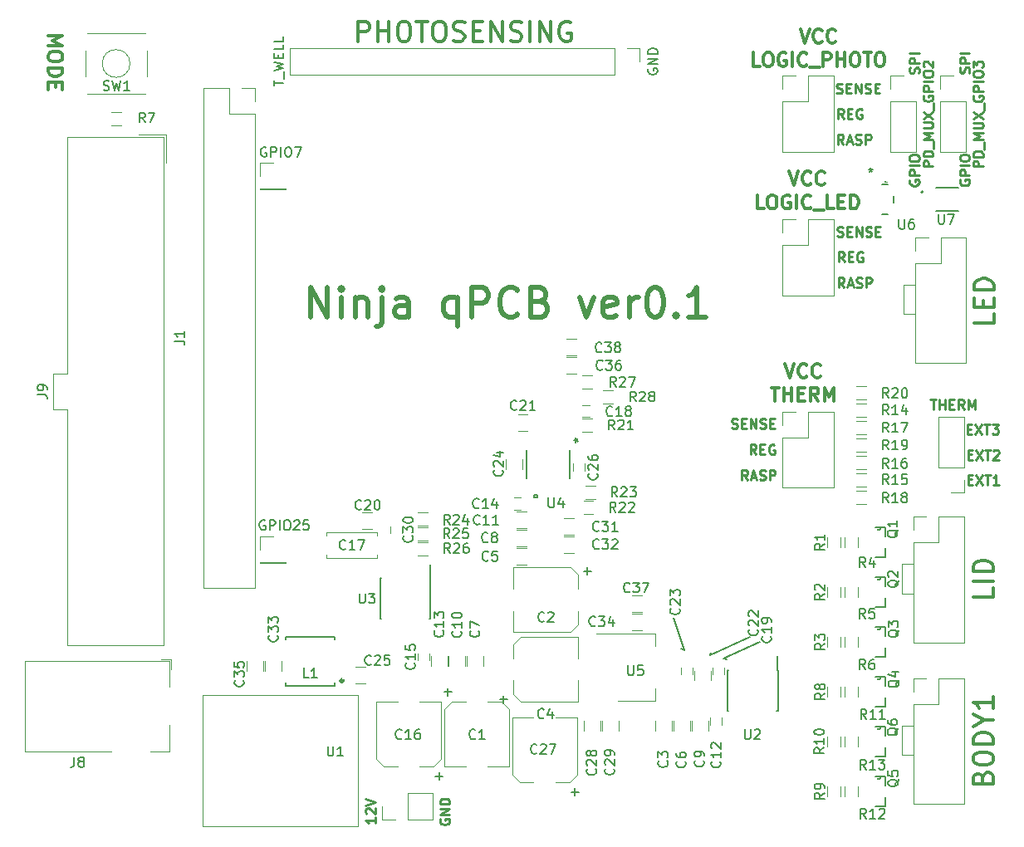
<source format=gto>
%TF.GenerationSoftware,KiCad,Pcbnew,(5.1.6-0-10_14)*%
%TF.CreationDate,2020-09-19T09:16:02+09:00*%
%TF.ProjectId,qPCR-main,71504352-2d6d-4616-996e-2e6b69636164,rev?*%
%TF.SameCoordinates,Original*%
%TF.FileFunction,Legend,Top*%
%TF.FilePolarity,Positive*%
%FSLAX46Y46*%
G04 Gerber Fmt 4.6, Leading zero omitted, Abs format (unit mm)*
G04 Created by KiCad (PCBNEW (5.1.6-0-10_14)) date 2020-09-19 09:16:02*
%MOMM*%
%LPD*%
G01*
G04 APERTURE LIST*
%ADD10C,0.500000*%
%ADD11C,0.250000*%
%ADD12C,0.300000*%
%ADD13C,0.150000*%
%ADD14C,0.120000*%
%ADD15C,0.127000*%
%ADD16C,0.152400*%
%ADD17C,0.200000*%
G04 APERTURE END LIST*
D10*
X84332731Y-74051942D02*
X84332731Y-71051942D01*
X86047017Y-74051942D01*
X86047017Y-71051942D01*
X87475588Y-74051942D02*
X87475588Y-72051942D01*
X87475588Y-71051942D02*
X87332731Y-71194800D01*
X87475588Y-71337657D01*
X87618445Y-71194800D01*
X87475588Y-71051942D01*
X87475588Y-71337657D01*
X88904160Y-72051942D02*
X88904160Y-74051942D01*
X88904160Y-72337657D02*
X89047017Y-72194800D01*
X89332731Y-72051942D01*
X89761302Y-72051942D01*
X90047017Y-72194800D01*
X90189874Y-72480514D01*
X90189874Y-74051942D01*
X91618445Y-72051942D02*
X91618445Y-74623371D01*
X91475588Y-74909085D01*
X91189874Y-75051942D01*
X91047017Y-75051942D01*
X91618445Y-71051942D02*
X91475588Y-71194800D01*
X91618445Y-71337657D01*
X91761302Y-71194800D01*
X91618445Y-71051942D01*
X91618445Y-71337657D01*
X94332731Y-74051942D02*
X94332731Y-72480514D01*
X94189874Y-72194800D01*
X93904160Y-72051942D01*
X93332731Y-72051942D01*
X93047017Y-72194800D01*
X94332731Y-73909085D02*
X94047017Y-74051942D01*
X93332731Y-74051942D01*
X93047017Y-73909085D01*
X92904160Y-73623371D01*
X92904160Y-73337657D01*
X93047017Y-73051942D01*
X93332731Y-72909085D01*
X94047017Y-72909085D01*
X94332731Y-72766228D01*
X99332731Y-72051942D02*
X99332731Y-75051942D01*
X99332731Y-73909085D02*
X99047017Y-74051942D01*
X98475588Y-74051942D01*
X98189874Y-73909085D01*
X98047017Y-73766228D01*
X97904160Y-73480514D01*
X97904160Y-72623371D01*
X98047017Y-72337657D01*
X98189874Y-72194800D01*
X98475588Y-72051942D01*
X99047017Y-72051942D01*
X99332731Y-72194800D01*
X100761302Y-74051942D02*
X100761302Y-71051942D01*
X101904160Y-71051942D01*
X102189874Y-71194800D01*
X102332731Y-71337657D01*
X102475588Y-71623371D01*
X102475588Y-72051942D01*
X102332731Y-72337657D01*
X102189874Y-72480514D01*
X101904160Y-72623371D01*
X100761302Y-72623371D01*
X105475588Y-73766228D02*
X105332731Y-73909085D01*
X104904160Y-74051942D01*
X104618445Y-74051942D01*
X104189874Y-73909085D01*
X103904160Y-73623371D01*
X103761302Y-73337657D01*
X103618445Y-72766228D01*
X103618445Y-72337657D01*
X103761302Y-71766228D01*
X103904160Y-71480514D01*
X104189874Y-71194800D01*
X104618445Y-71051942D01*
X104904160Y-71051942D01*
X105332731Y-71194800D01*
X105475588Y-71337657D01*
X107761302Y-72480514D02*
X108189874Y-72623371D01*
X108332731Y-72766228D01*
X108475588Y-73051942D01*
X108475588Y-73480514D01*
X108332731Y-73766228D01*
X108189874Y-73909085D01*
X107904160Y-74051942D01*
X106761302Y-74051942D01*
X106761302Y-71051942D01*
X107761302Y-71051942D01*
X108047017Y-71194800D01*
X108189874Y-71337657D01*
X108332731Y-71623371D01*
X108332731Y-71909085D01*
X108189874Y-72194800D01*
X108047017Y-72337657D01*
X107761302Y-72480514D01*
X106761302Y-72480514D01*
X111761302Y-72051942D02*
X112475588Y-74051942D01*
X113189874Y-72051942D01*
X115475588Y-73909085D02*
X115189874Y-74051942D01*
X114618445Y-74051942D01*
X114332731Y-73909085D01*
X114189874Y-73623371D01*
X114189874Y-72480514D01*
X114332731Y-72194800D01*
X114618445Y-72051942D01*
X115189874Y-72051942D01*
X115475588Y-72194800D01*
X115618445Y-72480514D01*
X115618445Y-72766228D01*
X114189874Y-73051942D01*
X116904160Y-74051942D02*
X116904160Y-72051942D01*
X116904160Y-72623371D02*
X117047017Y-72337657D01*
X117189874Y-72194800D01*
X117475588Y-72051942D01*
X117761302Y-72051942D01*
X119332731Y-71051942D02*
X119618445Y-71051942D01*
X119904160Y-71194800D01*
X120047017Y-71337657D01*
X120189874Y-71623371D01*
X120332731Y-72194800D01*
X120332731Y-72909085D01*
X120189874Y-73480514D01*
X120047017Y-73766228D01*
X119904160Y-73909085D01*
X119618445Y-74051942D01*
X119332731Y-74051942D01*
X119047017Y-73909085D01*
X118904160Y-73766228D01*
X118761302Y-73480514D01*
X118618445Y-72909085D01*
X118618445Y-72194800D01*
X118761302Y-71623371D01*
X118904160Y-71337657D01*
X119047017Y-71194800D01*
X119332731Y-71051942D01*
X121618445Y-73766228D02*
X121761302Y-73909085D01*
X121618445Y-74051942D01*
X121475588Y-73909085D01*
X121618445Y-73766228D01*
X121618445Y-74051942D01*
X124618445Y-74051942D02*
X122904160Y-74051942D01*
X123761302Y-74051942D02*
X123761302Y-71051942D01*
X123475588Y-71480514D01*
X123189874Y-71766228D01*
X122904160Y-71909085D01*
D11*
X151314660Y-85501171D02*
X151647994Y-85501171D01*
X151790851Y-86024980D02*
X151314660Y-86024980D01*
X151314660Y-85024980D01*
X151790851Y-85024980D01*
X152124184Y-85024980D02*
X152790851Y-86024980D01*
X152790851Y-85024980D02*
X152124184Y-86024980D01*
X153028946Y-85024980D02*
X153600375Y-85024980D01*
X153314660Y-86024980D02*
X153314660Y-85024980D01*
X153838470Y-85024980D02*
X154457518Y-85024980D01*
X154124184Y-85405933D01*
X154267041Y-85405933D01*
X154362280Y-85453552D01*
X154409899Y-85501171D01*
X154457518Y-85596409D01*
X154457518Y-85834504D01*
X154409899Y-85929742D01*
X154362280Y-85977361D01*
X154267041Y-86024980D01*
X153981327Y-86024980D01*
X153886089Y-85977361D01*
X153838470Y-85929742D01*
X151383240Y-88089431D02*
X151716574Y-88089431D01*
X151859431Y-88613240D02*
X151383240Y-88613240D01*
X151383240Y-87613240D01*
X151859431Y-87613240D01*
X152192764Y-87613240D02*
X152859431Y-88613240D01*
X152859431Y-87613240D02*
X152192764Y-88613240D01*
X153097526Y-87613240D02*
X153668955Y-87613240D01*
X153383240Y-88613240D02*
X153383240Y-87613240D01*
X153954669Y-87708479D02*
X154002288Y-87660860D01*
X154097526Y-87613240D01*
X154335621Y-87613240D01*
X154430860Y-87660860D01*
X154478479Y-87708479D01*
X154526098Y-87803717D01*
X154526098Y-87898955D01*
X154478479Y-88041812D01*
X153907050Y-88613240D01*
X154526098Y-88613240D01*
X151383240Y-90626891D02*
X151716574Y-90626891D01*
X151859431Y-91150700D02*
X151383240Y-91150700D01*
X151383240Y-90150700D01*
X151859431Y-90150700D01*
X152192764Y-90150700D02*
X152859431Y-91150700D01*
X152859431Y-90150700D02*
X152192764Y-91150700D01*
X153097526Y-90150700D02*
X153668955Y-90150700D01*
X153383240Y-91150700D02*
X153383240Y-90150700D01*
X154526098Y-91150700D02*
X153954669Y-91150700D01*
X154240383Y-91150700D02*
X154240383Y-90150700D01*
X154145145Y-90293558D01*
X154049907Y-90388796D01*
X153954669Y-90436415D01*
X147529206Y-82474820D02*
X148100635Y-82474820D01*
X147814920Y-83474820D02*
X147814920Y-82474820D01*
X148433968Y-83474820D02*
X148433968Y-82474820D01*
X148433968Y-82951011D02*
X149005397Y-82951011D01*
X149005397Y-83474820D02*
X149005397Y-82474820D01*
X149481587Y-82951011D02*
X149814920Y-82951011D01*
X149957778Y-83474820D02*
X149481587Y-83474820D01*
X149481587Y-82474820D01*
X149957778Y-82474820D01*
X150957778Y-83474820D02*
X150624444Y-82998630D01*
X150386349Y-83474820D02*
X150386349Y-82474820D01*
X150767301Y-82474820D01*
X150862540Y-82522440D01*
X150910159Y-82570059D01*
X150957778Y-82665297D01*
X150957778Y-82808154D01*
X150910159Y-82903392D01*
X150862540Y-82951011D01*
X150767301Y-82998630D01*
X150386349Y-82998630D01*
X151386349Y-83474820D02*
X151386349Y-82474820D01*
X151719682Y-83189106D01*
X152053016Y-82474820D01*
X152053016Y-83474820D01*
X150576660Y-60065160D02*
X150529040Y-60160398D01*
X150529040Y-60303255D01*
X150576660Y-60446112D01*
X150671898Y-60541350D01*
X150767136Y-60588969D01*
X150957612Y-60636588D01*
X151100469Y-60636588D01*
X151290945Y-60588969D01*
X151386183Y-60541350D01*
X151481421Y-60446112D01*
X151529040Y-60303255D01*
X151529040Y-60208017D01*
X151481421Y-60065160D01*
X151433802Y-60017540D01*
X151100469Y-60017540D01*
X151100469Y-60208017D01*
X151529040Y-59588969D02*
X150529040Y-59588969D01*
X150529040Y-59208017D01*
X150576660Y-59112779D01*
X150624279Y-59065160D01*
X150719517Y-59017540D01*
X150862374Y-59017540D01*
X150957612Y-59065160D01*
X151005231Y-59112779D01*
X151052850Y-59208017D01*
X151052850Y-59588969D01*
X151529040Y-58588969D02*
X150529040Y-58588969D01*
X150529040Y-57922302D02*
X150529040Y-57731826D01*
X150576660Y-57636588D01*
X150671898Y-57541350D01*
X150862374Y-57493731D01*
X151195707Y-57493731D01*
X151386183Y-57541350D01*
X151481421Y-57636588D01*
X151529040Y-57731826D01*
X151529040Y-57922302D01*
X151481421Y-58017540D01*
X151386183Y-58112779D01*
X151195707Y-58160398D01*
X150862374Y-58160398D01*
X150671898Y-58112779D01*
X150576660Y-58017540D01*
X150529040Y-57922302D01*
X145438240Y-60098180D02*
X145390620Y-60193418D01*
X145390620Y-60336275D01*
X145438240Y-60479132D01*
X145533478Y-60574370D01*
X145628716Y-60621989D01*
X145819192Y-60669608D01*
X145962049Y-60669608D01*
X146152525Y-60621989D01*
X146247763Y-60574370D01*
X146343001Y-60479132D01*
X146390620Y-60336275D01*
X146390620Y-60241037D01*
X146343001Y-60098180D01*
X146295382Y-60050560D01*
X145962049Y-60050560D01*
X145962049Y-60241037D01*
X146390620Y-59621989D02*
X145390620Y-59621989D01*
X145390620Y-59241037D01*
X145438240Y-59145799D01*
X145485859Y-59098180D01*
X145581097Y-59050560D01*
X145723954Y-59050560D01*
X145819192Y-59098180D01*
X145866811Y-59145799D01*
X145914430Y-59241037D01*
X145914430Y-59621989D01*
X146390620Y-58621989D02*
X145390620Y-58621989D01*
X145390620Y-57955322D02*
X145390620Y-57764846D01*
X145438240Y-57669608D01*
X145533478Y-57574370D01*
X145723954Y-57526751D01*
X146057287Y-57526751D01*
X146247763Y-57574370D01*
X146343001Y-57669608D01*
X146390620Y-57764846D01*
X146390620Y-57955322D01*
X146343001Y-58050560D01*
X146247763Y-58145799D01*
X146057287Y-58193418D01*
X145723954Y-58193418D01*
X145533478Y-58145799D01*
X145438240Y-58050560D01*
X145390620Y-57955322D01*
X146370941Y-49199989D02*
X146418560Y-49057132D01*
X146418560Y-48819037D01*
X146370941Y-48723799D01*
X146323322Y-48676180D01*
X146228084Y-48628560D01*
X146132846Y-48628560D01*
X146037608Y-48676180D01*
X145989989Y-48723799D01*
X145942370Y-48819037D01*
X145894751Y-49009513D01*
X145847132Y-49104751D01*
X145799513Y-49152370D01*
X145704275Y-49199989D01*
X145609037Y-49199989D01*
X145513799Y-49152370D01*
X145466180Y-49104751D01*
X145418560Y-49009513D01*
X145418560Y-48771418D01*
X145466180Y-48628560D01*
X146418560Y-48199989D02*
X145418560Y-48199989D01*
X145418560Y-47819037D01*
X145466180Y-47723799D01*
X145513799Y-47676180D01*
X145609037Y-47628560D01*
X145751894Y-47628560D01*
X145847132Y-47676180D01*
X145894751Y-47723799D01*
X145942370Y-47819037D01*
X145942370Y-48199989D01*
X146418560Y-47199989D02*
X145418560Y-47199989D01*
X151481421Y-49164429D02*
X151529040Y-49021572D01*
X151529040Y-48783477D01*
X151481421Y-48688239D01*
X151433802Y-48640620D01*
X151338564Y-48593000D01*
X151243326Y-48593000D01*
X151148088Y-48640620D01*
X151100469Y-48688239D01*
X151052850Y-48783477D01*
X151005231Y-48973953D01*
X150957612Y-49069191D01*
X150909993Y-49116810D01*
X150814755Y-49164429D01*
X150719517Y-49164429D01*
X150624279Y-49116810D01*
X150576660Y-49069191D01*
X150529040Y-48973953D01*
X150529040Y-48735858D01*
X150576660Y-48593000D01*
X151529040Y-48164429D02*
X150529040Y-48164429D01*
X150529040Y-47783477D01*
X150576660Y-47688239D01*
X150624279Y-47640620D01*
X150719517Y-47593000D01*
X150862374Y-47593000D01*
X150957612Y-47640620D01*
X151005231Y-47688239D01*
X151052850Y-47783477D01*
X151052850Y-48164429D01*
X151529040Y-47164429D02*
X150529040Y-47164429D01*
X152900640Y-58706353D02*
X151900640Y-58706353D01*
X151900640Y-58325400D01*
X151948260Y-58230162D01*
X151995879Y-58182543D01*
X152091117Y-58134924D01*
X152233974Y-58134924D01*
X152329212Y-58182543D01*
X152376831Y-58230162D01*
X152424450Y-58325400D01*
X152424450Y-58706353D01*
X152900640Y-57706353D02*
X151900640Y-57706353D01*
X151900640Y-57468258D01*
X151948260Y-57325400D01*
X152043498Y-57230162D01*
X152138736Y-57182543D01*
X152329212Y-57134924D01*
X152472069Y-57134924D01*
X152662545Y-57182543D01*
X152757783Y-57230162D01*
X152853021Y-57325400D01*
X152900640Y-57468258D01*
X152900640Y-57706353D01*
X152995879Y-56944448D02*
X152995879Y-56182543D01*
X152900640Y-55944448D02*
X151900640Y-55944448D01*
X152614926Y-55611115D01*
X151900640Y-55277781D01*
X152900640Y-55277781D01*
X151900640Y-54801591D02*
X152710164Y-54801591D01*
X152805402Y-54753972D01*
X152853021Y-54706353D01*
X152900640Y-54611115D01*
X152900640Y-54420639D01*
X152853021Y-54325400D01*
X152805402Y-54277781D01*
X152710164Y-54230162D01*
X151900640Y-54230162D01*
X151900640Y-53849210D02*
X152900640Y-53182543D01*
X151900640Y-53182543D02*
X152900640Y-53849210D01*
X152995879Y-53039686D02*
X152995879Y-52277781D01*
X151948260Y-51515877D02*
X151900640Y-51611115D01*
X151900640Y-51753972D01*
X151948260Y-51896829D01*
X152043498Y-51992067D01*
X152138736Y-52039686D01*
X152329212Y-52087305D01*
X152472069Y-52087305D01*
X152662545Y-52039686D01*
X152757783Y-51992067D01*
X152853021Y-51896829D01*
X152900640Y-51753972D01*
X152900640Y-51658734D01*
X152853021Y-51515877D01*
X152805402Y-51468258D01*
X152472069Y-51468258D01*
X152472069Y-51658734D01*
X152900640Y-51039686D02*
X151900640Y-51039686D01*
X151900640Y-50658734D01*
X151948260Y-50563496D01*
X151995879Y-50515877D01*
X152091117Y-50468258D01*
X152233974Y-50468258D01*
X152329212Y-50515877D01*
X152376831Y-50563496D01*
X152424450Y-50658734D01*
X152424450Y-51039686D01*
X152900640Y-50039686D02*
X151900640Y-50039686D01*
X151900640Y-49373020D02*
X151900640Y-49182543D01*
X151948260Y-49087305D01*
X152043498Y-48992067D01*
X152233974Y-48944448D01*
X152567307Y-48944448D01*
X152757783Y-48992067D01*
X152853021Y-49087305D01*
X152900640Y-49182543D01*
X152900640Y-49373020D01*
X152853021Y-49468258D01*
X152757783Y-49563496D01*
X152567307Y-49611115D01*
X152233974Y-49611115D01*
X152043498Y-49563496D01*
X151948260Y-49468258D01*
X151900640Y-49373020D01*
X151900640Y-48611115D02*
X151900640Y-47992067D01*
X152281593Y-48325400D01*
X152281593Y-48182543D01*
X152329212Y-48087305D01*
X152376831Y-48039686D01*
X152472069Y-47992067D01*
X152710164Y-47992067D01*
X152805402Y-48039686D01*
X152853021Y-48087305D01*
X152900640Y-48182543D01*
X152900640Y-48468258D01*
X152853021Y-48563496D01*
X152805402Y-48611115D01*
X147800320Y-58686033D02*
X146800320Y-58686033D01*
X146800320Y-58305080D01*
X146847940Y-58209842D01*
X146895559Y-58162223D01*
X146990797Y-58114604D01*
X147133654Y-58114604D01*
X147228892Y-58162223D01*
X147276511Y-58209842D01*
X147324130Y-58305080D01*
X147324130Y-58686033D01*
X147800320Y-57686033D02*
X146800320Y-57686033D01*
X146800320Y-57447938D01*
X146847940Y-57305080D01*
X146943178Y-57209842D01*
X147038416Y-57162223D01*
X147228892Y-57114604D01*
X147371749Y-57114604D01*
X147562225Y-57162223D01*
X147657463Y-57209842D01*
X147752701Y-57305080D01*
X147800320Y-57447938D01*
X147800320Y-57686033D01*
X147895559Y-56924128D02*
X147895559Y-56162223D01*
X147800320Y-55924128D02*
X146800320Y-55924128D01*
X147514606Y-55590795D01*
X146800320Y-55257461D01*
X147800320Y-55257461D01*
X146800320Y-54781271D02*
X147609844Y-54781271D01*
X147705082Y-54733652D01*
X147752701Y-54686033D01*
X147800320Y-54590795D01*
X147800320Y-54400319D01*
X147752701Y-54305080D01*
X147705082Y-54257461D01*
X147609844Y-54209842D01*
X146800320Y-54209842D01*
X146800320Y-53828890D02*
X147800320Y-53162223D01*
X146800320Y-53162223D02*
X147800320Y-53828890D01*
X147895559Y-53019366D02*
X147895559Y-52257461D01*
X146847940Y-51495557D02*
X146800320Y-51590795D01*
X146800320Y-51733652D01*
X146847940Y-51876509D01*
X146943178Y-51971747D01*
X147038416Y-52019366D01*
X147228892Y-52066985D01*
X147371749Y-52066985D01*
X147562225Y-52019366D01*
X147657463Y-51971747D01*
X147752701Y-51876509D01*
X147800320Y-51733652D01*
X147800320Y-51638414D01*
X147752701Y-51495557D01*
X147705082Y-51447938D01*
X147371749Y-51447938D01*
X147371749Y-51638414D01*
X147800320Y-51019366D02*
X146800320Y-51019366D01*
X146800320Y-50638414D01*
X146847940Y-50543176D01*
X146895559Y-50495557D01*
X146990797Y-50447938D01*
X147133654Y-50447938D01*
X147228892Y-50495557D01*
X147276511Y-50543176D01*
X147324130Y-50638414D01*
X147324130Y-51019366D01*
X147800320Y-50019366D02*
X146800320Y-50019366D01*
X146800320Y-49352700D02*
X146800320Y-49162223D01*
X146847940Y-49066985D01*
X146943178Y-48971747D01*
X147133654Y-48924128D01*
X147466987Y-48924128D01*
X147657463Y-48971747D01*
X147752701Y-49066985D01*
X147800320Y-49162223D01*
X147800320Y-49352700D01*
X147752701Y-49447938D01*
X147657463Y-49543176D01*
X147466987Y-49590795D01*
X147133654Y-49590795D01*
X146943178Y-49543176D01*
X146847940Y-49447938D01*
X146800320Y-49352700D01*
X146895559Y-48543176D02*
X146847940Y-48495557D01*
X146800320Y-48400319D01*
X146800320Y-48162223D01*
X146847940Y-48066985D01*
X146895559Y-48019366D01*
X146990797Y-47971747D01*
X147086035Y-47971747D01*
X147228892Y-48019366D01*
X147800320Y-48590795D01*
X147800320Y-47971747D01*
X128904501Y-90673180D02*
X128571168Y-90196990D01*
X128333073Y-90673180D02*
X128333073Y-89673180D01*
X128714025Y-89673180D01*
X128809263Y-89720800D01*
X128856882Y-89768419D01*
X128904501Y-89863657D01*
X128904501Y-90006514D01*
X128856882Y-90101752D01*
X128809263Y-90149371D01*
X128714025Y-90196990D01*
X128333073Y-90196990D01*
X129285454Y-90387466D02*
X129761644Y-90387466D01*
X129190216Y-90673180D02*
X129523549Y-89673180D01*
X129856882Y-90673180D01*
X130142597Y-90625561D02*
X130285454Y-90673180D01*
X130523549Y-90673180D01*
X130618787Y-90625561D01*
X130666406Y-90577942D01*
X130714025Y-90482704D01*
X130714025Y-90387466D01*
X130666406Y-90292228D01*
X130618787Y-90244609D01*
X130523549Y-90196990D01*
X130333073Y-90149371D01*
X130237835Y-90101752D01*
X130190216Y-90054133D01*
X130142597Y-89958895D01*
X130142597Y-89863657D01*
X130190216Y-89768419D01*
X130237835Y-89720800D01*
X130333073Y-89673180D01*
X130571168Y-89673180D01*
X130714025Y-89720800D01*
X131142597Y-90673180D02*
X131142597Y-89673180D01*
X131523549Y-89673180D01*
X131618787Y-89720800D01*
X131666406Y-89768419D01*
X131714025Y-89863657D01*
X131714025Y-90006514D01*
X131666406Y-90101752D01*
X131618787Y-90149371D01*
X131523549Y-90196990D01*
X131142597Y-90196990D01*
X127291103Y-85370301D02*
X127433960Y-85417920D01*
X127672056Y-85417920D01*
X127767294Y-85370301D01*
X127814913Y-85322682D01*
X127862532Y-85227444D01*
X127862532Y-85132206D01*
X127814913Y-85036968D01*
X127767294Y-84989349D01*
X127672056Y-84941730D01*
X127481580Y-84894111D01*
X127386341Y-84846492D01*
X127338722Y-84798873D01*
X127291103Y-84703635D01*
X127291103Y-84608397D01*
X127338722Y-84513159D01*
X127386341Y-84465540D01*
X127481580Y-84417920D01*
X127719675Y-84417920D01*
X127862532Y-84465540D01*
X128291103Y-84894111D02*
X128624437Y-84894111D01*
X128767294Y-85417920D02*
X128291103Y-85417920D01*
X128291103Y-84417920D01*
X128767294Y-84417920D01*
X129195865Y-85417920D02*
X129195865Y-84417920D01*
X129767294Y-85417920D01*
X129767294Y-84417920D01*
X130195865Y-85370301D02*
X130338722Y-85417920D01*
X130576818Y-85417920D01*
X130672056Y-85370301D01*
X130719675Y-85322682D01*
X130767294Y-85227444D01*
X130767294Y-85132206D01*
X130719675Y-85036968D01*
X130672056Y-84989349D01*
X130576818Y-84941730D01*
X130386341Y-84894111D01*
X130291103Y-84846492D01*
X130243484Y-84798873D01*
X130195865Y-84703635D01*
X130195865Y-84608397D01*
X130243484Y-84513159D01*
X130291103Y-84465540D01*
X130386341Y-84417920D01*
X130624437Y-84417920D01*
X130767294Y-84465540D01*
X131195865Y-84894111D02*
X131529199Y-84894111D01*
X131672056Y-85417920D02*
X131195865Y-85417920D01*
X131195865Y-84417920D01*
X131672056Y-84417920D01*
X129770902Y-88059520D02*
X129437569Y-87583330D01*
X129199474Y-88059520D02*
X129199474Y-87059520D01*
X129580426Y-87059520D01*
X129675664Y-87107140D01*
X129723283Y-87154759D01*
X129770902Y-87249997D01*
X129770902Y-87392854D01*
X129723283Y-87488092D01*
X129675664Y-87535711D01*
X129580426Y-87583330D01*
X129199474Y-87583330D01*
X130199474Y-87535711D02*
X130532807Y-87535711D01*
X130675664Y-88059520D02*
X130199474Y-88059520D01*
X130199474Y-87059520D01*
X130675664Y-87059520D01*
X131628045Y-87107140D02*
X131532807Y-87059520D01*
X131389950Y-87059520D01*
X131247093Y-87107140D01*
X131151855Y-87202378D01*
X131104236Y-87297616D01*
X131056617Y-87488092D01*
X131056617Y-87630949D01*
X131104236Y-87821425D01*
X131151855Y-87916663D01*
X131247093Y-88011901D01*
X131389950Y-88059520D01*
X131485188Y-88059520D01*
X131628045Y-88011901D01*
X131675664Y-87964282D01*
X131675664Y-87630949D01*
X131485188Y-87630949D01*
X138739381Y-71046600D02*
X138406048Y-70570410D01*
X138167953Y-71046600D02*
X138167953Y-70046600D01*
X138548905Y-70046600D01*
X138644143Y-70094220D01*
X138691762Y-70141839D01*
X138739381Y-70237077D01*
X138739381Y-70379934D01*
X138691762Y-70475172D01*
X138644143Y-70522791D01*
X138548905Y-70570410D01*
X138167953Y-70570410D01*
X139120334Y-70760886D02*
X139596524Y-70760886D01*
X139025096Y-71046600D02*
X139358429Y-70046600D01*
X139691762Y-71046600D01*
X139977477Y-70998981D02*
X140120334Y-71046600D01*
X140358429Y-71046600D01*
X140453667Y-70998981D01*
X140501286Y-70951362D01*
X140548905Y-70856124D01*
X140548905Y-70760886D01*
X140501286Y-70665648D01*
X140453667Y-70618029D01*
X140358429Y-70570410D01*
X140167953Y-70522791D01*
X140072715Y-70475172D01*
X140025096Y-70427553D01*
X139977477Y-70332315D01*
X139977477Y-70237077D01*
X140025096Y-70141839D01*
X140072715Y-70094220D01*
X140167953Y-70046600D01*
X140406048Y-70046600D01*
X140548905Y-70094220D01*
X140977477Y-71046600D02*
X140977477Y-70046600D01*
X141358429Y-70046600D01*
X141453667Y-70094220D01*
X141501286Y-70141839D01*
X141548905Y-70237077D01*
X141548905Y-70379934D01*
X141501286Y-70475172D01*
X141453667Y-70522791D01*
X141358429Y-70570410D01*
X140977477Y-70570410D01*
X138055623Y-65809761D02*
X138198480Y-65857380D01*
X138436576Y-65857380D01*
X138531814Y-65809761D01*
X138579433Y-65762142D01*
X138627052Y-65666904D01*
X138627052Y-65571666D01*
X138579433Y-65476428D01*
X138531814Y-65428809D01*
X138436576Y-65381190D01*
X138246100Y-65333571D01*
X138150861Y-65285952D01*
X138103242Y-65238333D01*
X138055623Y-65143095D01*
X138055623Y-65047857D01*
X138103242Y-64952619D01*
X138150861Y-64905000D01*
X138246100Y-64857380D01*
X138484195Y-64857380D01*
X138627052Y-64905000D01*
X139055623Y-65333571D02*
X139388957Y-65333571D01*
X139531814Y-65857380D02*
X139055623Y-65857380D01*
X139055623Y-64857380D01*
X139531814Y-64857380D01*
X139960385Y-65857380D02*
X139960385Y-64857380D01*
X140531814Y-65857380D01*
X140531814Y-64857380D01*
X140960385Y-65809761D02*
X141103242Y-65857380D01*
X141341338Y-65857380D01*
X141436576Y-65809761D01*
X141484195Y-65762142D01*
X141531814Y-65666904D01*
X141531814Y-65571666D01*
X141484195Y-65476428D01*
X141436576Y-65428809D01*
X141341338Y-65381190D01*
X141150861Y-65333571D01*
X141055623Y-65285952D01*
X141008004Y-65238333D01*
X140960385Y-65143095D01*
X140960385Y-65047857D01*
X141008004Y-64952619D01*
X141055623Y-64905000D01*
X141150861Y-64857380D01*
X141388957Y-64857380D01*
X141531814Y-64905000D01*
X141960385Y-65333571D02*
X142293719Y-65333571D01*
X142436576Y-65857380D02*
X141960385Y-65857380D01*
X141960385Y-64857380D01*
X142436576Y-64857380D01*
X138759962Y-68427860D02*
X138426629Y-67951670D01*
X138188534Y-68427860D02*
X138188534Y-67427860D01*
X138569486Y-67427860D01*
X138664724Y-67475480D01*
X138712343Y-67523099D01*
X138759962Y-67618337D01*
X138759962Y-67761194D01*
X138712343Y-67856432D01*
X138664724Y-67904051D01*
X138569486Y-67951670D01*
X138188534Y-67951670D01*
X139188534Y-67904051D02*
X139521867Y-67904051D01*
X139664724Y-68427860D02*
X139188534Y-68427860D01*
X139188534Y-67427860D01*
X139664724Y-67427860D01*
X140617105Y-67475480D02*
X140521867Y-67427860D01*
X140379010Y-67427860D01*
X140236153Y-67475480D01*
X140140915Y-67570718D01*
X140093296Y-67665956D01*
X140045677Y-67856432D01*
X140045677Y-67999289D01*
X140093296Y-68189765D01*
X140140915Y-68285003D01*
X140236153Y-68380241D01*
X140379010Y-68427860D01*
X140474248Y-68427860D01*
X140617105Y-68380241D01*
X140664724Y-68332622D01*
X140664724Y-67999289D01*
X140474248Y-67999289D01*
X138665721Y-56449220D02*
X138332388Y-55973030D01*
X138094293Y-56449220D02*
X138094293Y-55449220D01*
X138475245Y-55449220D01*
X138570483Y-55496840D01*
X138618102Y-55544459D01*
X138665721Y-55639697D01*
X138665721Y-55782554D01*
X138618102Y-55877792D01*
X138570483Y-55925411D01*
X138475245Y-55973030D01*
X138094293Y-55973030D01*
X139046674Y-56163506D02*
X139522864Y-56163506D01*
X138951436Y-56449220D02*
X139284769Y-55449220D01*
X139618102Y-56449220D01*
X139903817Y-56401601D02*
X140046674Y-56449220D01*
X140284769Y-56449220D01*
X140380007Y-56401601D01*
X140427626Y-56353982D01*
X140475245Y-56258744D01*
X140475245Y-56163506D01*
X140427626Y-56068268D01*
X140380007Y-56020649D01*
X140284769Y-55973030D01*
X140094293Y-55925411D01*
X139999055Y-55877792D01*
X139951436Y-55830173D01*
X139903817Y-55734935D01*
X139903817Y-55639697D01*
X139951436Y-55544459D01*
X139999055Y-55496840D01*
X140094293Y-55449220D01*
X140332388Y-55449220D01*
X140475245Y-55496840D01*
X140903817Y-56449220D02*
X140903817Y-55449220D01*
X141284769Y-55449220D01*
X141380007Y-55496840D01*
X141427626Y-55544459D01*
X141475245Y-55639697D01*
X141475245Y-55782554D01*
X141427626Y-55877792D01*
X141380007Y-55925411D01*
X141284769Y-55973030D01*
X140903817Y-55973030D01*
X138686302Y-53830480D02*
X138352969Y-53354290D01*
X138114874Y-53830480D02*
X138114874Y-52830480D01*
X138495826Y-52830480D01*
X138591064Y-52878100D01*
X138638683Y-52925719D01*
X138686302Y-53020957D01*
X138686302Y-53163814D01*
X138638683Y-53259052D01*
X138591064Y-53306671D01*
X138495826Y-53354290D01*
X138114874Y-53354290D01*
X139114874Y-53306671D02*
X139448207Y-53306671D01*
X139591064Y-53830480D02*
X139114874Y-53830480D01*
X139114874Y-52830480D01*
X139591064Y-52830480D01*
X140543445Y-52878100D02*
X140448207Y-52830480D01*
X140305350Y-52830480D01*
X140162493Y-52878100D01*
X140067255Y-52973338D01*
X140019636Y-53068576D01*
X139972017Y-53259052D01*
X139972017Y-53401909D01*
X140019636Y-53592385D01*
X140067255Y-53687623D01*
X140162493Y-53782861D01*
X140305350Y-53830480D01*
X140400588Y-53830480D01*
X140543445Y-53782861D01*
X140591064Y-53735242D01*
X140591064Y-53401909D01*
X140400588Y-53401909D01*
X137981963Y-51212381D02*
X138124820Y-51260000D01*
X138362916Y-51260000D01*
X138458154Y-51212381D01*
X138505773Y-51164762D01*
X138553392Y-51069524D01*
X138553392Y-50974286D01*
X138505773Y-50879048D01*
X138458154Y-50831429D01*
X138362916Y-50783810D01*
X138172440Y-50736191D01*
X138077201Y-50688572D01*
X138029582Y-50640953D01*
X137981963Y-50545715D01*
X137981963Y-50450477D01*
X138029582Y-50355239D01*
X138077201Y-50307620D01*
X138172440Y-50260000D01*
X138410535Y-50260000D01*
X138553392Y-50307620D01*
X138981963Y-50736191D02*
X139315297Y-50736191D01*
X139458154Y-51260000D02*
X138981963Y-51260000D01*
X138981963Y-50260000D01*
X139458154Y-50260000D01*
X139886725Y-51260000D02*
X139886725Y-50260000D01*
X140458154Y-51260000D01*
X140458154Y-50260000D01*
X140886725Y-51212381D02*
X141029582Y-51260000D01*
X141267678Y-51260000D01*
X141362916Y-51212381D01*
X141410535Y-51164762D01*
X141458154Y-51069524D01*
X141458154Y-50974286D01*
X141410535Y-50879048D01*
X141362916Y-50831429D01*
X141267678Y-50783810D01*
X141077201Y-50736191D01*
X140981963Y-50688572D01*
X140934344Y-50640953D01*
X140886725Y-50545715D01*
X140886725Y-50450477D01*
X140934344Y-50355239D01*
X140981963Y-50307620D01*
X141077201Y-50260000D01*
X141315297Y-50260000D01*
X141458154Y-50307620D01*
X141886725Y-50736191D02*
X142220059Y-50736191D01*
X142362916Y-51260000D02*
X141886725Y-51260000D01*
X141886725Y-50260000D01*
X142362916Y-50260000D01*
D12*
X134272253Y-44703293D02*
X134738920Y-46103293D01*
X135205586Y-44703293D01*
X136472253Y-45969960D02*
X136405586Y-46036626D01*
X136205586Y-46103293D01*
X136072253Y-46103293D01*
X135872253Y-46036626D01*
X135738920Y-45903293D01*
X135672253Y-45769960D01*
X135605586Y-45503293D01*
X135605586Y-45303293D01*
X135672253Y-45036626D01*
X135738920Y-44903293D01*
X135872253Y-44769960D01*
X136072253Y-44703293D01*
X136205586Y-44703293D01*
X136405586Y-44769960D01*
X136472253Y-44836626D01*
X137872253Y-45969960D02*
X137805586Y-46036626D01*
X137605586Y-46103293D01*
X137472253Y-46103293D01*
X137272253Y-46036626D01*
X137138920Y-45903293D01*
X137072253Y-45769960D01*
X137005586Y-45503293D01*
X137005586Y-45303293D01*
X137072253Y-45036626D01*
X137138920Y-44903293D01*
X137272253Y-44769960D01*
X137472253Y-44703293D01*
X137605586Y-44703293D01*
X137805586Y-44769960D01*
X137872253Y-44836626D01*
X130138920Y-48503293D02*
X129472253Y-48503293D01*
X129472253Y-47103293D01*
X130872253Y-47103293D02*
X131138920Y-47103293D01*
X131272253Y-47169960D01*
X131405586Y-47303293D01*
X131472253Y-47569960D01*
X131472253Y-48036626D01*
X131405586Y-48303293D01*
X131272253Y-48436626D01*
X131138920Y-48503293D01*
X130872253Y-48503293D01*
X130738920Y-48436626D01*
X130605586Y-48303293D01*
X130538920Y-48036626D01*
X130538920Y-47569960D01*
X130605586Y-47303293D01*
X130738920Y-47169960D01*
X130872253Y-47103293D01*
X132805586Y-47169960D02*
X132672253Y-47103293D01*
X132472253Y-47103293D01*
X132272253Y-47169960D01*
X132138920Y-47303293D01*
X132072253Y-47436626D01*
X132005586Y-47703293D01*
X132005586Y-47903293D01*
X132072253Y-48169960D01*
X132138920Y-48303293D01*
X132272253Y-48436626D01*
X132472253Y-48503293D01*
X132605586Y-48503293D01*
X132805586Y-48436626D01*
X132872253Y-48369960D01*
X132872253Y-47903293D01*
X132605586Y-47903293D01*
X133472253Y-48503293D02*
X133472253Y-47103293D01*
X134938920Y-48369960D02*
X134872253Y-48436626D01*
X134672253Y-48503293D01*
X134538920Y-48503293D01*
X134338920Y-48436626D01*
X134205586Y-48303293D01*
X134138920Y-48169960D01*
X134072253Y-47903293D01*
X134072253Y-47703293D01*
X134138920Y-47436626D01*
X134205586Y-47303293D01*
X134338920Y-47169960D01*
X134538920Y-47103293D01*
X134672253Y-47103293D01*
X134872253Y-47169960D01*
X134938920Y-47236626D01*
X135205586Y-48636626D02*
X136272253Y-48636626D01*
X136605586Y-48503293D02*
X136605586Y-47103293D01*
X137138920Y-47103293D01*
X137272253Y-47169960D01*
X137338920Y-47236626D01*
X137405586Y-47369960D01*
X137405586Y-47569960D01*
X137338920Y-47703293D01*
X137272253Y-47769960D01*
X137138920Y-47836626D01*
X136605586Y-47836626D01*
X138005586Y-48503293D02*
X138005586Y-47103293D01*
X138005586Y-47769960D02*
X138805586Y-47769960D01*
X138805586Y-48503293D02*
X138805586Y-47103293D01*
X139738920Y-47103293D02*
X140005586Y-47103293D01*
X140138920Y-47169960D01*
X140272253Y-47303293D01*
X140338920Y-47569960D01*
X140338920Y-48036626D01*
X140272253Y-48303293D01*
X140138920Y-48436626D01*
X140005586Y-48503293D01*
X139738920Y-48503293D01*
X139605586Y-48436626D01*
X139472253Y-48303293D01*
X139405586Y-48036626D01*
X139405586Y-47569960D01*
X139472253Y-47303293D01*
X139605586Y-47169960D01*
X139738920Y-47103293D01*
X140738920Y-47103293D02*
X141538920Y-47103293D01*
X141138920Y-48503293D02*
X141138920Y-47103293D01*
X142272253Y-47103293D02*
X142538920Y-47103293D01*
X142672253Y-47169960D01*
X142805586Y-47303293D01*
X142872253Y-47569960D01*
X142872253Y-48036626D01*
X142805586Y-48303293D01*
X142672253Y-48436626D01*
X142538920Y-48503293D01*
X142272253Y-48503293D01*
X142138920Y-48436626D01*
X142005586Y-48303293D01*
X141938920Y-48036626D01*
X141938920Y-47569960D01*
X142005586Y-47303293D01*
X142138920Y-47169960D01*
X142272253Y-47103293D01*
X133154653Y-59216853D02*
X133621320Y-60616853D01*
X134087986Y-59216853D01*
X135354653Y-60483520D02*
X135287986Y-60550186D01*
X135087986Y-60616853D01*
X134954653Y-60616853D01*
X134754653Y-60550186D01*
X134621320Y-60416853D01*
X134554653Y-60283520D01*
X134487986Y-60016853D01*
X134487986Y-59816853D01*
X134554653Y-59550186D01*
X134621320Y-59416853D01*
X134754653Y-59283520D01*
X134954653Y-59216853D01*
X135087986Y-59216853D01*
X135287986Y-59283520D01*
X135354653Y-59350186D01*
X136754653Y-60483520D02*
X136687986Y-60550186D01*
X136487986Y-60616853D01*
X136354653Y-60616853D01*
X136154653Y-60550186D01*
X136021320Y-60416853D01*
X135954653Y-60283520D01*
X135887986Y-60016853D01*
X135887986Y-59816853D01*
X135954653Y-59550186D01*
X136021320Y-59416853D01*
X136154653Y-59283520D01*
X136354653Y-59216853D01*
X136487986Y-59216853D01*
X136687986Y-59283520D01*
X136754653Y-59350186D01*
X130554653Y-63016853D02*
X129887986Y-63016853D01*
X129887986Y-61616853D01*
X131287986Y-61616853D02*
X131554653Y-61616853D01*
X131687986Y-61683520D01*
X131821320Y-61816853D01*
X131887986Y-62083520D01*
X131887986Y-62550186D01*
X131821320Y-62816853D01*
X131687986Y-62950186D01*
X131554653Y-63016853D01*
X131287986Y-63016853D01*
X131154653Y-62950186D01*
X131021320Y-62816853D01*
X130954653Y-62550186D01*
X130954653Y-62083520D01*
X131021320Y-61816853D01*
X131154653Y-61683520D01*
X131287986Y-61616853D01*
X133221320Y-61683520D02*
X133087986Y-61616853D01*
X132887986Y-61616853D01*
X132687986Y-61683520D01*
X132554653Y-61816853D01*
X132487986Y-61950186D01*
X132421320Y-62216853D01*
X132421320Y-62416853D01*
X132487986Y-62683520D01*
X132554653Y-62816853D01*
X132687986Y-62950186D01*
X132887986Y-63016853D01*
X133021320Y-63016853D01*
X133221320Y-62950186D01*
X133287986Y-62883520D01*
X133287986Y-62416853D01*
X133021320Y-62416853D01*
X133887986Y-63016853D02*
X133887986Y-61616853D01*
X135354653Y-62883520D02*
X135287986Y-62950186D01*
X135087986Y-63016853D01*
X134954653Y-63016853D01*
X134754653Y-62950186D01*
X134621320Y-62816853D01*
X134554653Y-62683520D01*
X134487986Y-62416853D01*
X134487986Y-62216853D01*
X134554653Y-61950186D01*
X134621320Y-61816853D01*
X134754653Y-61683520D01*
X134954653Y-61616853D01*
X135087986Y-61616853D01*
X135287986Y-61683520D01*
X135354653Y-61750186D01*
X135621320Y-63150186D02*
X136687986Y-63150186D01*
X137687986Y-63016853D02*
X137021320Y-63016853D01*
X137021320Y-61616853D01*
X138154653Y-62283520D02*
X138621320Y-62283520D01*
X138821320Y-63016853D02*
X138154653Y-63016853D01*
X138154653Y-61616853D01*
X138821320Y-61616853D01*
X139421320Y-63016853D02*
X139421320Y-61616853D01*
X139754653Y-61616853D01*
X139954653Y-61683520D01*
X140087986Y-61816853D01*
X140154653Y-61950186D01*
X140221320Y-62216853D01*
X140221320Y-62416853D01*
X140154653Y-62683520D01*
X140087986Y-62816853D01*
X139954653Y-62950186D01*
X139754653Y-63016853D01*
X139421320Y-63016853D01*
X132725393Y-78843433D02*
X133192060Y-80243433D01*
X133658726Y-78843433D01*
X134925393Y-80110100D02*
X134858726Y-80176766D01*
X134658726Y-80243433D01*
X134525393Y-80243433D01*
X134325393Y-80176766D01*
X134192060Y-80043433D01*
X134125393Y-79910100D01*
X134058726Y-79643433D01*
X134058726Y-79443433D01*
X134125393Y-79176766D01*
X134192060Y-79043433D01*
X134325393Y-78910100D01*
X134525393Y-78843433D01*
X134658726Y-78843433D01*
X134858726Y-78910100D01*
X134925393Y-78976766D01*
X136325393Y-80110100D02*
X136258726Y-80176766D01*
X136058726Y-80243433D01*
X135925393Y-80243433D01*
X135725393Y-80176766D01*
X135592060Y-80043433D01*
X135525393Y-79910100D01*
X135458726Y-79643433D01*
X135458726Y-79443433D01*
X135525393Y-79176766D01*
X135592060Y-79043433D01*
X135725393Y-78910100D01*
X135925393Y-78843433D01*
X136058726Y-78843433D01*
X136258726Y-78910100D01*
X136325393Y-78976766D01*
X131325393Y-81243433D02*
X132125393Y-81243433D01*
X131725393Y-82643433D02*
X131725393Y-81243433D01*
X132592060Y-82643433D02*
X132592060Y-81243433D01*
X132592060Y-81910100D02*
X133392060Y-81910100D01*
X133392060Y-82643433D02*
X133392060Y-81243433D01*
X134058726Y-81910100D02*
X134525393Y-81910100D01*
X134725393Y-82643433D02*
X134058726Y-82643433D01*
X134058726Y-81243433D01*
X134725393Y-81243433D01*
X136125393Y-82643433D02*
X135658726Y-81976766D01*
X135325393Y-82643433D02*
X135325393Y-81243433D01*
X135858726Y-81243433D01*
X135992060Y-81310100D01*
X136058726Y-81376766D01*
X136125393Y-81510100D01*
X136125393Y-81710100D01*
X136058726Y-81843433D01*
X135992060Y-81910100D01*
X135858726Y-81976766D01*
X135325393Y-81976766D01*
X136725393Y-82643433D02*
X136725393Y-81243433D01*
X137192060Y-82243433D01*
X137658726Y-81243433D01*
X137658726Y-82643433D01*
D13*
X80590140Y-50485680D02*
X80590140Y-49914251D01*
X81590140Y-50199965D02*
X80590140Y-50199965D01*
X81685379Y-49819013D02*
X81685379Y-49057108D01*
X80590140Y-48914251D02*
X81590140Y-48676156D01*
X80875855Y-48485680D01*
X81590140Y-48295203D01*
X80590140Y-48057108D01*
X81066331Y-47676156D02*
X81066331Y-47342822D01*
X81590140Y-47199965D02*
X81590140Y-47676156D01*
X80590140Y-47676156D01*
X80590140Y-47199965D01*
X81590140Y-46295203D02*
X81590140Y-46771394D01*
X80590140Y-46771394D01*
X81590140Y-45485680D02*
X81590140Y-45961870D01*
X80590140Y-45961870D01*
X118775860Y-48762824D02*
X118728240Y-48858062D01*
X118728240Y-49000920D01*
X118775860Y-49143777D01*
X118871098Y-49239015D01*
X118966336Y-49286634D01*
X119156812Y-49334253D01*
X119299669Y-49334253D01*
X119490145Y-49286634D01*
X119585383Y-49239015D01*
X119680621Y-49143777D01*
X119728240Y-49000920D01*
X119728240Y-48905681D01*
X119680621Y-48762824D01*
X119633002Y-48715205D01*
X119299669Y-48715205D01*
X119299669Y-48905681D01*
X119728240Y-48286634D02*
X118728240Y-48286634D01*
X119728240Y-47715205D01*
X118728240Y-47715205D01*
X119728240Y-47239015D02*
X118728240Y-47239015D01*
X118728240Y-47000920D01*
X118775860Y-46858062D01*
X118871098Y-46762824D01*
X118966336Y-46715205D01*
X119156812Y-46667586D01*
X119299669Y-46667586D01*
X119490145Y-46715205D01*
X119585383Y-46762824D01*
X119680621Y-46858062D01*
X119728240Y-47000920D01*
X119728240Y-47239015D01*
X126448820Y-108922820D02*
X126773940Y-108966000D01*
X130169920Y-107182920D02*
X126448820Y-108922820D01*
X125044200Y-108574840D02*
X125186440Y-108254800D01*
X129133600Y-106682540D02*
X125044200Y-108574840D01*
X122435620Y-108054140D02*
X122092720Y-107838240D01*
X121386600Y-104757220D02*
X122435620Y-108054140D01*
D11*
X97574480Y-125244764D02*
X97526860Y-125340002D01*
X97526860Y-125482860D01*
X97574480Y-125625717D01*
X97669718Y-125720955D01*
X97764956Y-125768574D01*
X97955432Y-125816193D01*
X98098289Y-125816193D01*
X98288765Y-125768574D01*
X98384003Y-125720955D01*
X98479241Y-125625717D01*
X98526860Y-125482860D01*
X98526860Y-125387621D01*
X98479241Y-125244764D01*
X98431622Y-125197145D01*
X98098289Y-125197145D01*
X98098289Y-125387621D01*
X98526860Y-124768574D02*
X97526860Y-124768574D01*
X98526860Y-124197145D01*
X97526860Y-124197145D01*
X98526860Y-123720955D02*
X97526860Y-123720955D01*
X97526860Y-123482860D01*
X97574480Y-123340002D01*
X97669718Y-123244764D01*
X97764956Y-123197145D01*
X97955432Y-123149526D01*
X98098289Y-123149526D01*
X98288765Y-123197145D01*
X98384003Y-123244764D01*
X98479241Y-123340002D01*
X98526860Y-123482860D01*
X98526860Y-123720955D01*
X90972900Y-125076507D02*
X90972900Y-125647936D01*
X90972900Y-125362221D02*
X89972900Y-125362221D01*
X90115758Y-125457460D01*
X90210996Y-125552698D01*
X90258615Y-125647936D01*
X90068139Y-124695555D02*
X90020520Y-124647936D01*
X89972900Y-124552698D01*
X89972900Y-124314602D01*
X90020520Y-124219364D01*
X90068139Y-124171745D01*
X90163377Y-124124126D01*
X90258615Y-124124126D01*
X90401472Y-124171745D01*
X90972900Y-124743174D01*
X90972900Y-124124126D01*
X89972900Y-123838412D02*
X90972900Y-123505079D01*
X89972900Y-123171745D01*
D12*
X57576328Y-45375534D02*
X59076328Y-45375534D01*
X58004900Y-45875534D01*
X59076328Y-46375534D01*
X57576328Y-46375534D01*
X59076328Y-47375534D02*
X59076328Y-47661248D01*
X59004900Y-47804105D01*
X58862042Y-47946962D01*
X58576328Y-48018391D01*
X58076328Y-48018391D01*
X57790614Y-47946962D01*
X57647757Y-47804105D01*
X57576328Y-47661248D01*
X57576328Y-47375534D01*
X57647757Y-47232677D01*
X57790614Y-47089820D01*
X58076328Y-47018391D01*
X58576328Y-47018391D01*
X58862042Y-47089820D01*
X59004900Y-47232677D01*
X59076328Y-47375534D01*
X57576328Y-48661248D02*
X59076328Y-48661248D01*
X59076328Y-49018391D01*
X59004900Y-49232677D01*
X58862042Y-49375534D01*
X58719185Y-49446962D01*
X58433471Y-49518391D01*
X58219185Y-49518391D01*
X57933471Y-49446962D01*
X57790614Y-49375534D01*
X57647757Y-49232677D01*
X57576328Y-49018391D01*
X57576328Y-48661248D01*
X58362042Y-50161248D02*
X58362042Y-50661248D01*
X57576328Y-50875534D02*
X57576328Y-50161248D01*
X59076328Y-50161248D01*
X59076328Y-50875534D01*
D14*
%TO.C,J1*%
X73453241Y-101645321D02*
X78653241Y-101645321D01*
X78653241Y-53325321D02*
X78653241Y-101645321D01*
X78653241Y-50725321D02*
X78653241Y-52055321D01*
X77323241Y-50725321D02*
X78653241Y-50725321D01*
X76053241Y-53325321D02*
X78653241Y-53325321D01*
X76053241Y-50725321D02*
X76053241Y-53325321D01*
X73453241Y-50725321D02*
X76053241Y-50725321D01*
X73453241Y-50725321D02*
X73453241Y-101645321D01*
%TO.C,R16*%
X140962000Y-89580000D02*
X139962000Y-89580000D01*
X139962000Y-88220000D02*
X140962000Y-88220000D01*
%TO.C,BODY1*%
X145786800Y-110912600D02*
X147116800Y-110912600D01*
X145786800Y-112242600D02*
X145786800Y-110912600D01*
X148386800Y-110912600D02*
X150986800Y-110912600D01*
X148386800Y-113512600D02*
X148386800Y-110912600D01*
X145786800Y-113512600D02*
X148386800Y-113512600D01*
X150986800Y-110912600D02*
X150986800Y-123732600D01*
X145786800Y-113512600D02*
X145786800Y-123732600D01*
X145786800Y-123732600D02*
X150986800Y-123732600D01*
X145786800Y-115742600D02*
X144616800Y-115742600D01*
X144616800Y-115742600D02*
X144616800Y-118742600D01*
X144616800Y-118742600D02*
X145786800Y-118742600D01*
%TO.C,C1*%
X104569800Y-114046000D02*
X104569800Y-119886000D01*
X103809800Y-113286000D02*
X104569800Y-114046000D01*
X97969800Y-114046000D02*
X98729800Y-113286000D01*
X97969800Y-119886000D02*
X97969800Y-114046000D01*
X103809800Y-113286000D02*
X102389800Y-113286000D01*
X98729800Y-113286000D02*
X100149800Y-113286000D01*
X104569800Y-119886000D02*
X102389800Y-119886000D01*
X97969800Y-119886000D02*
X100149800Y-119886000D01*
%TO.C,C2*%
X110845600Y-106195400D02*
X105005600Y-106195400D01*
X111605600Y-105435400D02*
X110845600Y-106195400D01*
X110845600Y-99595400D02*
X111605600Y-100355400D01*
X105005600Y-99595400D02*
X110845600Y-99595400D01*
X111605600Y-105435400D02*
X111605600Y-104015400D01*
X111605600Y-100355400D02*
X111605600Y-101775400D01*
X105005600Y-106195400D02*
X105005600Y-104015400D01*
X105005600Y-99595400D02*
X105005600Y-101775400D01*
%TO.C,C3*%
X121169800Y-116222400D02*
X121169800Y-115222400D01*
X119469800Y-115222400D02*
X119469800Y-116222400D01*
%TO.C,C4*%
X105765600Y-106682000D02*
X111605600Y-106682000D01*
X105005600Y-107442000D02*
X105765600Y-106682000D01*
X105765600Y-113282000D02*
X105005600Y-112522000D01*
X111605600Y-113282000D02*
X105765600Y-113282000D01*
X105005600Y-107442000D02*
X105005600Y-108862000D01*
X105005600Y-112522000D02*
X105005600Y-111102000D01*
X111605600Y-106682000D02*
X111605600Y-108862000D01*
X111605600Y-113282000D02*
X111605600Y-111102000D01*
%TO.C,C5*%
X106372600Y-97651200D02*
X105372600Y-97651200D01*
X105372600Y-99351200D02*
X106372600Y-99351200D01*
%TO.C,C6*%
X123024000Y-116222400D02*
X123024000Y-115222400D01*
X121324000Y-115222400D02*
X121324000Y-116222400D01*
%TO.C,C7*%
X100292800Y-108638400D02*
X100292800Y-109638400D01*
X101992800Y-109638400D02*
X101992800Y-108638400D01*
%TO.C,C8*%
X106372600Y-95771600D02*
X105372600Y-95771600D01*
X105372600Y-97471600D02*
X106372600Y-97471600D01*
%TO.C,C9*%
X124878200Y-116222400D02*
X124878200Y-115222400D01*
X123178200Y-115222400D02*
X123178200Y-116222400D01*
%TO.C,C10*%
X98438600Y-108643800D02*
X98438600Y-109643800D01*
X100138600Y-109643800D02*
X100138600Y-108643800D01*
%TO.C,C11*%
X106372600Y-93892000D02*
X105372600Y-93892000D01*
X105372600Y-95592000D02*
X106372600Y-95592000D01*
%TO.C,C12*%
X126253800Y-114915200D02*
X126253800Y-115615200D01*
X125053800Y-115615200D02*
X125053800Y-114915200D01*
%TO.C,C13*%
X96609800Y-108643800D02*
X96609800Y-109643800D01*
X98309800Y-109643800D02*
X98309800Y-108643800D01*
%TO.C,C14*%
X105085400Y-92491000D02*
X105785400Y-92491000D01*
X105785400Y-93691000D02*
X105085400Y-93691000D01*
%TO.C,C15*%
X95259600Y-109036600D02*
X95259600Y-108336600D01*
X96459600Y-108336600D02*
X96459600Y-109036600D01*
%TO.C,C16*%
X91061000Y-119126000D02*
X91061000Y-113286000D01*
X91821000Y-119886000D02*
X91061000Y-119126000D01*
X97661000Y-119126000D02*
X96901000Y-119886000D01*
X97661000Y-113286000D02*
X97661000Y-119126000D01*
X91821000Y-119886000D02*
X93241000Y-119886000D01*
X96901000Y-119886000D02*
X95481000Y-119886000D01*
X91061000Y-113286000D02*
X93241000Y-113286000D01*
X97661000Y-113286000D02*
X95481000Y-113286000D01*
%TO.C,C17*%
X91115200Y-98328800D02*
X91115200Y-98642800D01*
X91115200Y-96022800D02*
X91115200Y-96336800D01*
X85995200Y-98328800D02*
X85995200Y-98642800D01*
X85995200Y-96022800D02*
X85995200Y-96336800D01*
X85995200Y-98642800D02*
X91115200Y-98642800D01*
X85995200Y-96022800D02*
X91115200Y-96022800D01*
%TO.C,C18*%
X112770400Y-84267600D02*
X112070400Y-84267600D01*
X112070400Y-83067600D02*
X112770400Y-83067600D01*
%TO.C,C19*%
X125307800Y-110509800D02*
X125307800Y-109809800D01*
X126507800Y-109809800D02*
X126507800Y-110509800D01*
%TO.C,C20*%
X90619520Y-93965660D02*
X89619520Y-93965660D01*
X89619520Y-95665660D02*
X90619520Y-95665660D01*
%TO.C,C21*%
X106494200Y-83960600D02*
X105494200Y-83960600D01*
X105494200Y-85660600D02*
X106494200Y-85660600D01*
%TO.C,C22*%
X123432200Y-110117000D02*
X123432200Y-111117000D01*
X125132200Y-111117000D02*
X125132200Y-110117000D01*
%TO.C,C23*%
X122082000Y-110509800D02*
X122082000Y-109809800D01*
X123282000Y-109809800D02*
X123282000Y-110509800D01*
%TO.C,C24*%
X105955200Y-89577800D02*
X105955200Y-88577800D01*
X104255200Y-88577800D02*
X104255200Y-89577800D01*
%TO.C,C25*%
X89933400Y-109741600D02*
X88933400Y-109741600D01*
X88933400Y-111441600D02*
X89933400Y-111441600D01*
%TO.C,C26*%
X112309200Y-89007200D02*
X112309200Y-89707200D01*
X111109200Y-89707200D02*
X111109200Y-89007200D01*
%TO.C,C27*%
X104904000Y-120751600D02*
X104904000Y-114911600D01*
X105664000Y-121511600D02*
X104904000Y-120751600D01*
X111504000Y-120751600D02*
X110744000Y-121511600D01*
X111504000Y-114911600D02*
X111504000Y-120751600D01*
X105664000Y-121511600D02*
X107084000Y-121511600D01*
X110744000Y-121511600D02*
X109324000Y-121511600D01*
X104904000Y-114911600D02*
X107084000Y-114911600D01*
X111504000Y-114911600D02*
X109324000Y-114911600D01*
%TO.C,C28*%
X112205400Y-115222400D02*
X112205400Y-116222400D01*
X113905400Y-116222400D02*
X113905400Y-115222400D01*
%TO.C,C29*%
X114034200Y-115222400D02*
X114034200Y-116222400D01*
X115734200Y-116222400D02*
X115734200Y-115222400D01*
%TO.C,C30*%
X92478300Y-96085100D02*
X92478300Y-95385100D01*
X93678300Y-95385100D02*
X93678300Y-96085100D01*
%TO.C,C31*%
X110167800Y-96277800D02*
X111167800Y-96277800D01*
X111167800Y-94577800D02*
X110167800Y-94577800D01*
%TO.C,C32*%
X110167800Y-98106600D02*
X111167800Y-98106600D01*
X111167800Y-96406600D02*
X110167800Y-96406600D01*
%TO.C,C33*%
X81370540Y-110177200D02*
X81370540Y-109177200D01*
X79670540Y-109177200D02*
X79670540Y-110177200D01*
%TO.C,C34*%
X118152800Y-104280600D02*
X117152800Y-104280600D01*
X117152800Y-105980600D02*
X118152800Y-105980600D01*
%TO.C,C35*%
X79544280Y-110177200D02*
X79544280Y-109177200D01*
X77844280Y-109177200D02*
X77844280Y-110177200D01*
%TO.C,C36*%
X110427200Y-79869400D02*
X111427200Y-79869400D01*
X111427200Y-78169400D02*
X110427200Y-78169400D01*
%TO.C,C37*%
X118127400Y-102426400D02*
X117127400Y-102426400D01*
X117127400Y-104126400D02*
X118127400Y-104126400D01*
%TO.C,C38*%
X110421800Y-78015200D02*
X111421800Y-78015200D01*
X111421800Y-76315200D02*
X110421800Y-76315200D01*
%TO.C,J2*%
X150986800Y-91982600D02*
X149656800Y-91982600D01*
X150986800Y-90652600D02*
X150986800Y-91982600D01*
X150986800Y-89382600D02*
X148326800Y-89382600D01*
X148326800Y-89382600D02*
X148326800Y-84242600D01*
X150986800Y-89382600D02*
X150986800Y-84242600D01*
X150986800Y-84242600D02*
X148326800Y-84242600D01*
%TO.C,GPIO7*%
X79188000Y-58360000D02*
X80518000Y-58360000D01*
X79188000Y-59690000D02*
X79188000Y-58360000D01*
X79188000Y-60960000D02*
X81848000Y-60960000D01*
X81848000Y-60960000D02*
X81848000Y-61020000D01*
X79188000Y-60960000D02*
X79188000Y-61020000D01*
X79188000Y-61020000D02*
X81848000Y-61020000D01*
%TO.C,GPIO25*%
X79188000Y-96460000D02*
X80518000Y-96460000D01*
X79188000Y-97790000D02*
X79188000Y-96460000D01*
X79188000Y-99060000D02*
X81848000Y-99060000D01*
X81848000Y-99060000D02*
X81848000Y-99120000D01*
X79188000Y-99060000D02*
X79188000Y-99120000D01*
X79188000Y-99120000D02*
X81848000Y-99120000D01*
%TO.C,J5*%
X132477200Y-83734600D02*
X133807200Y-83734600D01*
X132477200Y-85064600D02*
X132477200Y-83734600D01*
X135077200Y-83734600D02*
X137677200Y-83734600D01*
X135077200Y-86334600D02*
X135077200Y-83734600D01*
X132477200Y-86334600D02*
X135077200Y-86334600D01*
X137677200Y-83734600D02*
X137677200Y-91474600D01*
X132477200Y-86334600D02*
X132477200Y-91474600D01*
X132477200Y-91474600D02*
X137677200Y-91474600D01*
%TO.C,J6*%
X132477200Y-64125800D02*
X133807200Y-64125800D01*
X132477200Y-65455800D02*
X132477200Y-64125800D01*
X135077200Y-64125800D02*
X137677200Y-64125800D01*
X135077200Y-66725800D02*
X135077200Y-64125800D01*
X132477200Y-66725800D02*
X135077200Y-66725800D01*
X137677200Y-64125800D02*
X137677200Y-71865800D01*
X132477200Y-66725800D02*
X132477200Y-71865800D01*
X132477200Y-71865800D02*
X137677200Y-71865800D01*
%TO.C,J7*%
X132477200Y-49470000D02*
X133807200Y-49470000D01*
X132477200Y-50800000D02*
X132477200Y-49470000D01*
X135077200Y-49470000D02*
X137677200Y-49470000D01*
X135077200Y-52070000D02*
X135077200Y-49470000D01*
X132477200Y-52070000D02*
X135077200Y-52070000D01*
X137677200Y-49470000D02*
X137677200Y-57210000D01*
X132477200Y-52070000D02*
X132477200Y-57210000D01*
X132477200Y-57210000D02*
X137677200Y-57210000D01*
%TO.C,J8*%
X70137200Y-109991200D02*
X70137200Y-108941200D01*
X69087200Y-108941200D02*
X70137200Y-108941200D01*
X64037200Y-118341200D02*
X55237200Y-118341200D01*
X55237200Y-118341200D02*
X55237200Y-109141200D01*
X69937200Y-115641200D02*
X69937200Y-118341200D01*
X69937200Y-118341200D02*
X68037200Y-118341200D01*
X55237200Y-109141200D02*
X69937200Y-109141200D01*
X69937200Y-109141200D02*
X69937200Y-111741200D01*
%TO.C,J9*%
X69656000Y-55497000D02*
X66806000Y-55497000D01*
X69656000Y-58347000D02*
X69656000Y-55497000D01*
X58106000Y-83447000D02*
X58106000Y-81647000D01*
X59506000Y-83447000D02*
X58106000Y-83447000D01*
X59506000Y-107547000D02*
X59506000Y-83447000D01*
X69406000Y-107547000D02*
X59506000Y-107547000D01*
X69406000Y-81647000D02*
X69406000Y-107547000D01*
X58106000Y-79847000D02*
X58106000Y-81647000D01*
X59506000Y-79847000D02*
X58106000Y-79847000D01*
X59506000Y-55747000D02*
X59506000Y-79847000D01*
X69406000Y-55747000D02*
X59506000Y-55747000D01*
X69406000Y-81647000D02*
X69406000Y-55747000D01*
%TO.C,J10*%
X143450000Y-49470000D02*
X144780000Y-49470000D01*
X143450000Y-50800000D02*
X143450000Y-49470000D01*
X143450000Y-52070000D02*
X146110000Y-52070000D01*
X146110000Y-52070000D02*
X146110000Y-57210000D01*
X143450000Y-52070000D02*
X143450000Y-57210000D01*
X143450000Y-57210000D02*
X146110000Y-57210000D01*
%TO.C,J11*%
X148530000Y-49470000D02*
X149860000Y-49470000D01*
X148530000Y-50800000D02*
X148530000Y-49470000D01*
X148530000Y-52070000D02*
X151190000Y-52070000D01*
X151190000Y-52070000D02*
X151190000Y-57210000D01*
X148530000Y-52070000D02*
X148530000Y-57210000D01*
X148530000Y-57210000D02*
X151190000Y-57210000D01*
%TO.C,J_12V1*%
X91634000Y-125282000D02*
X91634000Y-123952000D01*
X92964000Y-125282000D02*
X91634000Y-125282000D01*
X94234000Y-125282000D02*
X94234000Y-122622000D01*
X94234000Y-122622000D02*
X96834000Y-122622000D01*
X94234000Y-125282000D02*
X96834000Y-125282000D01*
X96834000Y-125282000D02*
X96834000Y-122622000D01*
D15*
%TO.C,L1*%
X86802600Y-111643800D02*
X81802600Y-111643800D01*
X86802600Y-106643800D02*
X81802600Y-106643800D01*
X81802600Y-106643800D02*
X81802600Y-106943800D01*
X86802600Y-106643800D02*
X86802600Y-106943800D01*
X86802600Y-111643800D02*
X86802600Y-111343800D01*
X81802600Y-111643800D02*
X81802600Y-111343800D01*
D12*
X87702600Y-111143800D02*
G75*
G03*
X87702600Y-111143800I-150000J0D01*
G01*
D14*
%TO.C,LED*%
X145990000Y-65954600D02*
X147320000Y-65954600D01*
X145990000Y-67284600D02*
X145990000Y-65954600D01*
X148590000Y-65954600D02*
X151190000Y-65954600D01*
X148590000Y-68554600D02*
X148590000Y-65954600D01*
X145990000Y-68554600D02*
X148590000Y-68554600D01*
X151190000Y-65954600D02*
X151190000Y-78774600D01*
X145990000Y-68554600D02*
X145990000Y-78774600D01*
X145990000Y-78774600D02*
X151190000Y-78774600D01*
X145990000Y-70784600D02*
X144820000Y-70784600D01*
X144820000Y-70784600D02*
X144820000Y-73784600D01*
X144820000Y-73784600D02*
X145990000Y-73784600D01*
%TO.C,LID*%
X145786800Y-94428000D02*
X147116800Y-94428000D01*
X145786800Y-95758000D02*
X145786800Y-94428000D01*
X148386800Y-94428000D02*
X150986800Y-94428000D01*
X148386800Y-97028000D02*
X148386800Y-94428000D01*
X145786800Y-97028000D02*
X148386800Y-97028000D01*
X150986800Y-94428000D02*
X150986800Y-107248000D01*
X145786800Y-97028000D02*
X145786800Y-107248000D01*
X145786800Y-107248000D02*
X150986800Y-107248000D01*
X145786800Y-99258000D02*
X144616800Y-99258000D01*
X144616800Y-99258000D02*
X144616800Y-102258000D01*
X144616800Y-102258000D02*
X145786800Y-102258000D01*
%TO.C,PHOTOSENSING*%
X117916000Y-46676000D02*
X117916000Y-48006000D01*
X116586000Y-46676000D02*
X117916000Y-46676000D01*
X115316000Y-46676000D02*
X115316000Y-49336000D01*
X115316000Y-49336000D02*
X82236000Y-49336000D01*
X115316000Y-46676000D02*
X82236000Y-46676000D01*
X82236000Y-46676000D02*
X82236000Y-49336000D01*
D16*
%TO.C,Q1*%
X142544800Y-95504000D02*
G75*
G02*
X142138400Y-95783400I-301019J2582D01*
G01*
X142951200Y-96418400D02*
X142951200Y-95504000D01*
X141960600Y-98552000D02*
X142951200Y-98552000D01*
X142951200Y-98552000D02*
X142951200Y-97637600D01*
X142951200Y-95504000D02*
X142544800Y-95504000D01*
X142544800Y-95504000D02*
X141960600Y-95504000D01*
%TO.C,Q2*%
X142544800Y-100584000D02*
G75*
G02*
X142138400Y-100863400I-301019J2582D01*
G01*
X142951200Y-101498400D02*
X142951200Y-100584000D01*
X141960600Y-103632000D02*
X142951200Y-103632000D01*
X142951200Y-103632000D02*
X142951200Y-102717600D01*
X142951200Y-100584000D02*
X142544800Y-100584000D01*
X142544800Y-100584000D02*
X141960600Y-100584000D01*
%TO.C,Q3*%
X142544800Y-105664000D02*
G75*
G02*
X142138400Y-105943400I-301019J2582D01*
G01*
X142951200Y-106578400D02*
X142951200Y-105664000D01*
X141960600Y-108712000D02*
X142951200Y-108712000D01*
X142951200Y-108712000D02*
X142951200Y-107797600D01*
X142951200Y-105664000D02*
X142544800Y-105664000D01*
X142544800Y-105664000D02*
X141960600Y-105664000D01*
%TO.C,Q4*%
X142544800Y-110744000D02*
G75*
G02*
X142138400Y-111023400I-301019J2582D01*
G01*
X142951200Y-111658400D02*
X142951200Y-110744000D01*
X141960600Y-113792000D02*
X142951200Y-113792000D01*
X142951200Y-113792000D02*
X142951200Y-112877600D01*
X142951200Y-110744000D02*
X142544800Y-110744000D01*
X142544800Y-110744000D02*
X141960600Y-110744000D01*
%TO.C,Q5*%
X142544800Y-120904000D02*
G75*
G02*
X142138400Y-121183400I-301019J2582D01*
G01*
X142951200Y-121818400D02*
X142951200Y-120904000D01*
X141960600Y-123952000D02*
X142951200Y-123952000D01*
X142951200Y-123952000D02*
X142951200Y-123037600D01*
X142951200Y-120904000D02*
X142544800Y-120904000D01*
X142544800Y-120904000D02*
X141960600Y-120904000D01*
%TO.C,Q6*%
X142544800Y-115824000D02*
G75*
G02*
X142138400Y-116103400I-301019J2582D01*
G01*
X142951200Y-116738400D02*
X142951200Y-115824000D01*
X141960600Y-118872000D02*
X142951200Y-118872000D01*
X142951200Y-118872000D02*
X142951200Y-117957600D01*
X142951200Y-115824000D02*
X142544800Y-115824000D01*
X142544800Y-115824000D02*
X141960600Y-115824000D01*
D14*
%TO.C,R1*%
X138348000Y-96528000D02*
X138348000Y-97528000D01*
X136988000Y-97528000D02*
X136988000Y-96528000D01*
%TO.C,R2*%
X138348000Y-101608000D02*
X138348000Y-102608000D01*
X136988000Y-102608000D02*
X136988000Y-101608000D01*
%TO.C,R3*%
X138348000Y-106688000D02*
X138348000Y-107688000D01*
X136988000Y-107688000D02*
X136988000Y-106688000D01*
%TO.C,R4*%
X138766000Y-97528000D02*
X138766000Y-96528000D01*
X140126000Y-96528000D02*
X140126000Y-97528000D01*
%TO.C,R5*%
X138766000Y-102608000D02*
X138766000Y-101608000D01*
X140126000Y-101608000D02*
X140126000Y-102608000D01*
%TO.C,R6*%
X138766000Y-107688000D02*
X138766000Y-106688000D01*
X140126000Y-106688000D02*
X140126000Y-107688000D01*
%TO.C,R7*%
X64016000Y-53145140D02*
X65016000Y-53145140D01*
X65016000Y-54505140D02*
X64016000Y-54505140D01*
%TO.C,R8*%
X138348000Y-111768000D02*
X138348000Y-112768000D01*
X136988000Y-112768000D02*
X136988000Y-111768000D01*
%TO.C,R9*%
X138348000Y-121928000D02*
X138348000Y-122928000D01*
X136988000Y-122928000D02*
X136988000Y-121928000D01*
%TO.C,R10*%
X138348000Y-116848000D02*
X138348000Y-117848000D01*
X136988000Y-117848000D02*
X136988000Y-116848000D01*
%TO.C,R11*%
X138766000Y-112768000D02*
X138766000Y-111768000D01*
X140126000Y-111768000D02*
X140126000Y-112768000D01*
%TO.C,R12*%
X138766000Y-122928000D02*
X138766000Y-121928000D01*
X140126000Y-121928000D02*
X140126000Y-122928000D01*
%TO.C,R13*%
X138766000Y-117848000D02*
X138766000Y-116848000D01*
X140126000Y-116848000D02*
X140126000Y-117848000D01*
%TO.C,R14*%
X140962000Y-84246000D02*
X139962000Y-84246000D01*
X139962000Y-82886000D02*
X140962000Y-82886000D01*
%TO.C,R15*%
X140962000Y-91358000D02*
X139962000Y-91358000D01*
X139962000Y-89998000D02*
X140962000Y-89998000D01*
%TO.C,R17*%
X140962000Y-86024000D02*
X139962000Y-86024000D01*
X139962000Y-84664000D02*
X140962000Y-84664000D01*
%TO.C,R18*%
X140962000Y-93136000D02*
X139962000Y-93136000D01*
X139962000Y-91776000D02*
X140962000Y-91776000D01*
%TO.C,R19*%
X140962000Y-87802000D02*
X139962000Y-87802000D01*
X139962000Y-86442000D02*
X140962000Y-86442000D01*
%TO.C,R20*%
X140962000Y-82468000D02*
X139962000Y-82468000D01*
X139962000Y-81108000D02*
X140962000Y-81108000D01*
%TO.C,R22*%
X112174400Y-92817400D02*
X113174400Y-92817400D01*
X113174400Y-94177400D02*
X112174400Y-94177400D01*
%TO.C,R23*%
X112377600Y-91293400D02*
X113377600Y-91293400D01*
X113377600Y-92653400D02*
X112377600Y-92653400D01*
%TO.C,R24*%
X95255460Y-93960400D02*
X96255460Y-93960400D01*
X96255460Y-95320400D02*
X95255460Y-95320400D01*
%TO.C,R25*%
X96255460Y-96844400D02*
X95255460Y-96844400D01*
X95255460Y-95484400D02*
X96255460Y-95484400D01*
%TO.C,R26*%
X95255460Y-97008400D02*
X96255460Y-97008400D01*
X96255460Y-98368400D02*
X95255460Y-98368400D01*
%TO.C,R27*%
X112080600Y-80041200D02*
X113080600Y-80041200D01*
X113080600Y-81401200D02*
X112080600Y-81401200D01*
%TO.C,R28*%
X114147800Y-81539800D02*
X115147800Y-81539800D01*
X115147800Y-82899800D02*
X114147800Y-82899800D01*
%TO.C,U1*%
X73380000Y-125984000D02*
X89180000Y-125984000D01*
X89180000Y-125984000D02*
X89180000Y-112584000D01*
X89180000Y-112584000D02*
X73380000Y-112584000D01*
X73380000Y-112584000D02*
X73380000Y-125984000D01*
D13*
%TO.C,U2*%
X131938000Y-110040600D02*
X131938000Y-108640600D01*
X126838000Y-110040600D02*
X126838000Y-114190600D01*
X131988000Y-110040600D02*
X131988000Y-114190600D01*
X126838000Y-110040600D02*
X126983000Y-110040600D01*
X126838000Y-114190600D02*
X126983000Y-114190600D01*
X131988000Y-114190600D02*
X131843000Y-114190600D01*
X131988000Y-110040600D02*
X131938000Y-110040600D01*
%TO.C,U3*%
X96535480Y-100685780D02*
X96535480Y-99285780D01*
X91435480Y-100685780D02*
X91435480Y-104835780D01*
X96585480Y-100685780D02*
X96585480Y-104835780D01*
X91435480Y-100685780D02*
X91580480Y-100685780D01*
X91435480Y-104835780D02*
X91580480Y-104835780D01*
X96585480Y-104835780D02*
X96440480Y-104835780D01*
X96585480Y-100685780D02*
X96535480Y-100685780D01*
D16*
%TO.C,U4*%
X106362500Y-87658926D02*
X106362500Y-90496674D01*
X110756700Y-90496674D02*
X110756700Y-87658926D01*
X107499150Y-92468700D02*
X107118150Y-92468700D01*
X107118150Y-92468700D02*
X107118150Y-92214700D01*
X107118150Y-92214700D02*
X107499150Y-92214700D01*
X107499150Y-92214700D02*
X107499150Y-92468700D01*
D14*
%TO.C,U5*%
X113451200Y-106343400D02*
X119461200Y-106343400D01*
X115701200Y-113163400D02*
X119461200Y-113163400D01*
X119461200Y-106343400D02*
X119461200Y-107603400D01*
X119461200Y-113163400D02*
X119461200Y-111903400D01*
D16*
%TO.C,U6*%
X143128223Y-60351116D02*
G75*
G03*
X142900400Y-60248800I-227823J-202484D01*
G01*
X142597884Y-63601600D02*
X143202916Y-63601600D01*
X143776700Y-62415461D02*
X143776700Y-61739739D01*
X143202916Y-60553600D02*
X142597884Y-60553600D01*
D17*
%TO.C,U7*%
X146800000Y-61327600D02*
G75*
G03*
X146800000Y-61327600I-100000J0D01*
G01*
D15*
X148075000Y-60872600D02*
X150375000Y-60872600D01*
X148075000Y-63282600D02*
X150375000Y-63282600D01*
D14*
%TO.C,R21*%
X112072800Y-84410000D02*
X113072800Y-84410000D01*
X113072800Y-85770000D02*
X112072800Y-85770000D01*
%TO.C,SW1*%
X61402280Y-49554720D02*
X61402280Y-46874720D01*
X67642280Y-46874720D02*
X67642280Y-49554720D01*
X67492280Y-51334720D02*
X61552280Y-51334720D01*
X67492280Y-45094720D02*
X61552280Y-45094720D01*
X65936494Y-48214720D02*
G75*
G03*
X65936494Y-48214720I-1414214J0D01*
G01*
%TO.C,J1*%
D13*
X70505621Y-76518654D02*
X71219907Y-76518654D01*
X71362764Y-76566273D01*
X71458002Y-76661511D01*
X71505621Y-76804368D01*
X71505621Y-76899606D01*
X71505621Y-75518654D02*
X71505621Y-76090082D01*
X71505621Y-75804368D02*
X70505621Y-75804368D01*
X70648479Y-75899606D01*
X70743717Y-75994844D01*
X70791336Y-76090082D01*
%TO.C,R16*%
X143258302Y-89459060D02*
X142924969Y-88982870D01*
X142686874Y-89459060D02*
X142686874Y-88459060D01*
X143067826Y-88459060D01*
X143163064Y-88506680D01*
X143210683Y-88554299D01*
X143258302Y-88649537D01*
X143258302Y-88792394D01*
X143210683Y-88887632D01*
X143163064Y-88935251D01*
X143067826Y-88982870D01*
X142686874Y-88982870D01*
X144210683Y-89459060D02*
X143639255Y-89459060D01*
X143924969Y-89459060D02*
X143924969Y-88459060D01*
X143829731Y-88601918D01*
X143734493Y-88697156D01*
X143639255Y-88744775D01*
X145067826Y-88459060D02*
X144877350Y-88459060D01*
X144782112Y-88506680D01*
X144734493Y-88554299D01*
X144639255Y-88697156D01*
X144591636Y-88887632D01*
X144591636Y-89268584D01*
X144639255Y-89363822D01*
X144686874Y-89411441D01*
X144782112Y-89459060D01*
X144972588Y-89459060D01*
X145067826Y-89411441D01*
X145115445Y-89363822D01*
X145163064Y-89268584D01*
X145163064Y-89030489D01*
X145115445Y-88935251D01*
X145067826Y-88887632D01*
X144972588Y-88840013D01*
X144782112Y-88840013D01*
X144686874Y-88887632D01*
X144639255Y-88935251D01*
X144591636Y-89030489D01*
%TO.C,BODY1*%
D12*
X152889602Y-120996245D02*
X152984840Y-120710531D01*
X153080079Y-120615293D01*
X153270555Y-120520055D01*
X153556269Y-120520055D01*
X153746745Y-120615293D01*
X153841983Y-120710531D01*
X153937221Y-120901007D01*
X153937221Y-121662912D01*
X151937221Y-121662912D01*
X151937221Y-120996245D01*
X152032460Y-120805769D01*
X152127698Y-120710531D01*
X152318174Y-120615293D01*
X152508650Y-120615293D01*
X152699126Y-120710531D01*
X152794364Y-120805769D01*
X152889602Y-120996245D01*
X152889602Y-121662912D01*
X151937221Y-119281960D02*
X151937221Y-118901007D01*
X152032460Y-118710531D01*
X152222936Y-118520055D01*
X152603888Y-118424817D01*
X153270555Y-118424817D01*
X153651507Y-118520055D01*
X153841983Y-118710531D01*
X153937221Y-118901007D01*
X153937221Y-119281960D01*
X153841983Y-119472436D01*
X153651507Y-119662912D01*
X153270555Y-119758150D01*
X152603888Y-119758150D01*
X152222936Y-119662912D01*
X152032460Y-119472436D01*
X151937221Y-119281960D01*
X153937221Y-117567674D02*
X151937221Y-117567674D01*
X151937221Y-117091483D01*
X152032460Y-116805769D01*
X152222936Y-116615293D01*
X152413412Y-116520055D01*
X152794364Y-116424817D01*
X153080079Y-116424817D01*
X153461031Y-116520055D01*
X153651507Y-116615293D01*
X153841983Y-116805769D01*
X153937221Y-117091483D01*
X153937221Y-117567674D01*
X152984840Y-115186721D02*
X153937221Y-115186721D01*
X151937221Y-115853388D02*
X152984840Y-115186721D01*
X151937221Y-114520055D01*
X153937221Y-112805769D02*
X153937221Y-113948626D01*
X153937221Y-113377198D02*
X151937221Y-113377198D01*
X152222936Y-113567674D01*
X152413412Y-113758150D01*
X152508650Y-113948626D01*
%TO.C,C1*%
D13*
X101143773Y-117014262D02*
X101096154Y-117061881D01*
X100953297Y-117109500D01*
X100858059Y-117109500D01*
X100715201Y-117061881D01*
X100619963Y-116966643D01*
X100572344Y-116871405D01*
X100524725Y-116680929D01*
X100524725Y-116538072D01*
X100572344Y-116347596D01*
X100619963Y-116252358D01*
X100715201Y-116157120D01*
X100858059Y-116109500D01*
X100953297Y-116109500D01*
X101096154Y-116157120D01*
X101143773Y-116204739D01*
X102096154Y-117109500D02*
X101524725Y-117109500D01*
X101810440Y-117109500D02*
X101810440Y-116109500D01*
X101715201Y-116252358D01*
X101619963Y-116347596D01*
X101524725Y-116395215D01*
X98331228Y-112686952D02*
X98331228Y-111925047D01*
X98712180Y-112306000D02*
X97950276Y-112306000D01*
%TO.C,C2*%
X108169413Y-105045782D02*
X108121794Y-105093401D01*
X107978937Y-105141020D01*
X107883699Y-105141020D01*
X107740841Y-105093401D01*
X107645603Y-104998163D01*
X107597984Y-104902925D01*
X107550365Y-104712449D01*
X107550365Y-104569592D01*
X107597984Y-104379116D01*
X107645603Y-104283878D01*
X107740841Y-104188640D01*
X107883699Y-104141020D01*
X107978937Y-104141020D01*
X108121794Y-104188640D01*
X108169413Y-104236259D01*
X108550365Y-104236259D02*
X108597984Y-104188640D01*
X108693222Y-104141020D01*
X108931318Y-104141020D01*
X109026556Y-104188640D01*
X109074175Y-104236259D01*
X109121794Y-104331497D01*
X109121794Y-104426735D01*
X109074175Y-104569592D01*
X108502746Y-105141020D01*
X109121794Y-105141020D01*
X112204647Y-99956828D02*
X112966552Y-99956828D01*
X112585600Y-100337780D02*
X112585600Y-99575876D01*
X112204647Y-99956828D02*
X112966552Y-99956828D01*
X112585600Y-100337780D02*
X112585600Y-99575876D01*
%TO.C,C3*%
X120687102Y-119323146D02*
X120734721Y-119370765D01*
X120782340Y-119513622D01*
X120782340Y-119608860D01*
X120734721Y-119751718D01*
X120639483Y-119846956D01*
X120544245Y-119894575D01*
X120353769Y-119942194D01*
X120210912Y-119942194D01*
X120020436Y-119894575D01*
X119925198Y-119846956D01*
X119829960Y-119751718D01*
X119782340Y-119608860D01*
X119782340Y-119513622D01*
X119829960Y-119370765D01*
X119877579Y-119323146D01*
X119782340Y-118989813D02*
X119782340Y-118370765D01*
X120163293Y-118704099D01*
X120163293Y-118561241D01*
X120210912Y-118466003D01*
X120258531Y-118418384D01*
X120353769Y-118370765D01*
X120591864Y-118370765D01*
X120687102Y-118418384D01*
X120734721Y-118466003D01*
X120782340Y-118561241D01*
X120782340Y-118846956D01*
X120734721Y-118942194D01*
X120687102Y-118989813D01*
%TO.C,C4*%
X108138933Y-114899142D02*
X108091314Y-114946761D01*
X107948457Y-114994380D01*
X107853219Y-114994380D01*
X107710361Y-114946761D01*
X107615123Y-114851523D01*
X107567504Y-114756285D01*
X107519885Y-114565809D01*
X107519885Y-114422952D01*
X107567504Y-114232476D01*
X107615123Y-114137238D01*
X107710361Y-114042000D01*
X107853219Y-113994380D01*
X107948457Y-113994380D01*
X108091314Y-114042000D01*
X108138933Y-114089619D01*
X108996076Y-114327714D02*
X108996076Y-114994380D01*
X108757980Y-113946761D02*
X108519885Y-114661047D01*
X109138933Y-114661047D01*
X103644647Y-113063428D02*
X104406552Y-113063428D01*
X104025600Y-113444380D02*
X104025600Y-112682476D01*
X103644647Y-113063428D02*
X104406552Y-113063428D01*
X104025600Y-113444380D02*
X104025600Y-112682476D01*
%TO.C,C5*%
X102469653Y-98848182D02*
X102422034Y-98895801D01*
X102279177Y-98943420D01*
X102183939Y-98943420D01*
X102041081Y-98895801D01*
X101945843Y-98800563D01*
X101898224Y-98705325D01*
X101850605Y-98514849D01*
X101850605Y-98371992D01*
X101898224Y-98181516D01*
X101945843Y-98086278D01*
X102041081Y-97991040D01*
X102183939Y-97943420D01*
X102279177Y-97943420D01*
X102422034Y-97991040D01*
X102469653Y-98038659D01*
X103374415Y-97943420D02*
X102898224Y-97943420D01*
X102850605Y-98419611D01*
X102898224Y-98371992D01*
X102993462Y-98324373D01*
X103231558Y-98324373D01*
X103326796Y-98371992D01*
X103374415Y-98419611D01*
X103422034Y-98514849D01*
X103422034Y-98752944D01*
X103374415Y-98848182D01*
X103326796Y-98895801D01*
X103231558Y-98943420D01*
X102993462Y-98943420D01*
X102898224Y-98895801D01*
X102850605Y-98848182D01*
%TO.C,C6*%
X122523522Y-119373946D02*
X122571141Y-119421565D01*
X122618760Y-119564422D01*
X122618760Y-119659660D01*
X122571141Y-119802518D01*
X122475903Y-119897756D01*
X122380665Y-119945375D01*
X122190189Y-119992994D01*
X122047332Y-119992994D01*
X121856856Y-119945375D01*
X121761618Y-119897756D01*
X121666380Y-119802518D01*
X121618760Y-119659660D01*
X121618760Y-119564422D01*
X121666380Y-119421565D01*
X121713999Y-119373946D01*
X121618760Y-118516803D02*
X121618760Y-118707280D01*
X121666380Y-118802518D01*
X121713999Y-118850137D01*
X121856856Y-118945375D01*
X122047332Y-118992994D01*
X122428284Y-118992994D01*
X122523522Y-118945375D01*
X122571141Y-118897756D01*
X122618760Y-118802518D01*
X122618760Y-118612041D01*
X122571141Y-118516803D01*
X122523522Y-118469184D01*
X122428284Y-118421565D01*
X122190189Y-118421565D01*
X122094951Y-118469184D01*
X122047332Y-118516803D01*
X121999713Y-118612041D01*
X121999713Y-118802518D01*
X122047332Y-118897756D01*
X122094951Y-118945375D01*
X122190189Y-118992994D01*
%TO.C,C7*%
X101482162Y-106059266D02*
X101529781Y-106106885D01*
X101577400Y-106249742D01*
X101577400Y-106344980D01*
X101529781Y-106487838D01*
X101434543Y-106583076D01*
X101339305Y-106630695D01*
X101148829Y-106678314D01*
X101005972Y-106678314D01*
X100815496Y-106630695D01*
X100720258Y-106583076D01*
X100625020Y-106487838D01*
X100577400Y-106344980D01*
X100577400Y-106249742D01*
X100625020Y-106106885D01*
X100672639Y-106059266D01*
X100577400Y-105725933D02*
X100577400Y-105059266D01*
X101577400Y-105487838D01*
%TO.C,C8*%
X102423933Y-96948262D02*
X102376314Y-96995881D01*
X102233457Y-97043500D01*
X102138219Y-97043500D01*
X101995361Y-96995881D01*
X101900123Y-96900643D01*
X101852504Y-96805405D01*
X101804885Y-96614929D01*
X101804885Y-96472072D01*
X101852504Y-96281596D01*
X101900123Y-96186358D01*
X101995361Y-96091120D01*
X102138219Y-96043500D01*
X102233457Y-96043500D01*
X102376314Y-96091120D01*
X102423933Y-96138739D01*
X102995361Y-96472072D02*
X102900123Y-96424453D01*
X102852504Y-96376834D01*
X102804885Y-96281596D01*
X102804885Y-96233977D01*
X102852504Y-96138739D01*
X102900123Y-96091120D01*
X102995361Y-96043500D01*
X103185838Y-96043500D01*
X103281076Y-96091120D01*
X103328695Y-96138739D01*
X103376314Y-96233977D01*
X103376314Y-96281596D01*
X103328695Y-96376834D01*
X103281076Y-96424453D01*
X103185838Y-96472072D01*
X102995361Y-96472072D01*
X102900123Y-96519691D01*
X102852504Y-96567310D01*
X102804885Y-96662548D01*
X102804885Y-96853024D01*
X102852504Y-96948262D01*
X102900123Y-96995881D01*
X102995361Y-97043500D01*
X103185838Y-97043500D01*
X103281076Y-96995881D01*
X103328695Y-96948262D01*
X103376314Y-96853024D01*
X103376314Y-96662548D01*
X103328695Y-96567310D01*
X103281076Y-96519691D01*
X103185838Y-96472072D01*
%TO.C,C9*%
X124392962Y-119290126D02*
X124440581Y-119337745D01*
X124488200Y-119480602D01*
X124488200Y-119575840D01*
X124440581Y-119718698D01*
X124345343Y-119813936D01*
X124250105Y-119861555D01*
X124059629Y-119909174D01*
X123916772Y-119909174D01*
X123726296Y-119861555D01*
X123631058Y-119813936D01*
X123535820Y-119718698D01*
X123488200Y-119575840D01*
X123488200Y-119480602D01*
X123535820Y-119337745D01*
X123583439Y-119290126D01*
X124488200Y-118813936D02*
X124488200Y-118623460D01*
X124440581Y-118528221D01*
X124392962Y-118480602D01*
X124250105Y-118385364D01*
X124059629Y-118337745D01*
X123678677Y-118337745D01*
X123583439Y-118385364D01*
X123535820Y-118432983D01*
X123488200Y-118528221D01*
X123488200Y-118718698D01*
X123535820Y-118813936D01*
X123583439Y-118861555D01*
X123678677Y-118909174D01*
X123916772Y-118909174D01*
X124012010Y-118861555D01*
X124059629Y-118813936D01*
X124107248Y-118718698D01*
X124107248Y-118528221D01*
X124059629Y-118432983D01*
X124012010Y-118385364D01*
X123916772Y-118337745D01*
%TO.C,C10*%
X99668602Y-106096037D02*
X99716221Y-106143656D01*
X99763840Y-106286513D01*
X99763840Y-106381751D01*
X99716221Y-106524608D01*
X99620983Y-106619846D01*
X99525745Y-106667465D01*
X99335269Y-106715084D01*
X99192412Y-106715084D01*
X99001936Y-106667465D01*
X98906698Y-106619846D01*
X98811460Y-106524608D01*
X98763840Y-106381751D01*
X98763840Y-106286513D01*
X98811460Y-106143656D01*
X98859079Y-106096037D01*
X99763840Y-105143656D02*
X99763840Y-105715084D01*
X99763840Y-105429370D02*
X98763840Y-105429370D01*
X98906698Y-105524608D01*
X99001936Y-105619846D01*
X99049555Y-105715084D01*
X98763840Y-104524608D02*
X98763840Y-104429370D01*
X98811460Y-104334132D01*
X98859079Y-104286513D01*
X98954317Y-104238894D01*
X99144793Y-104191275D01*
X99382888Y-104191275D01*
X99573364Y-104238894D01*
X99668602Y-104286513D01*
X99716221Y-104334132D01*
X99763840Y-104429370D01*
X99763840Y-104524608D01*
X99716221Y-104619846D01*
X99668602Y-104667465D01*
X99573364Y-104715084D01*
X99382888Y-104762703D01*
X99144793Y-104762703D01*
X98954317Y-104715084D01*
X98859079Y-104667465D01*
X98811460Y-104619846D01*
X98763840Y-104524608D01*
%TO.C,C11*%
X101592142Y-95137242D02*
X101544523Y-95184861D01*
X101401666Y-95232480D01*
X101306428Y-95232480D01*
X101163571Y-95184861D01*
X101068333Y-95089623D01*
X101020714Y-94994385D01*
X100973095Y-94803909D01*
X100973095Y-94661052D01*
X101020714Y-94470576D01*
X101068333Y-94375338D01*
X101163571Y-94280100D01*
X101306428Y-94232480D01*
X101401666Y-94232480D01*
X101544523Y-94280100D01*
X101592142Y-94327719D01*
X102544523Y-95232480D02*
X101973095Y-95232480D01*
X102258809Y-95232480D02*
X102258809Y-94232480D01*
X102163571Y-94375338D01*
X102068333Y-94470576D01*
X101973095Y-94518195D01*
X103496904Y-95232480D02*
X102925476Y-95232480D01*
X103211190Y-95232480D02*
X103211190Y-94232480D01*
X103115952Y-94375338D01*
X103020714Y-94470576D01*
X102925476Y-94518195D01*
%TO.C,C12*%
X126076982Y-119377697D02*
X126124601Y-119425316D01*
X126172220Y-119568173D01*
X126172220Y-119663411D01*
X126124601Y-119806268D01*
X126029363Y-119901506D01*
X125934125Y-119949125D01*
X125743649Y-119996744D01*
X125600792Y-119996744D01*
X125410316Y-119949125D01*
X125315078Y-119901506D01*
X125219840Y-119806268D01*
X125172220Y-119663411D01*
X125172220Y-119568173D01*
X125219840Y-119425316D01*
X125267459Y-119377697D01*
X126172220Y-118425316D02*
X126172220Y-118996744D01*
X126172220Y-118711030D02*
X125172220Y-118711030D01*
X125315078Y-118806268D01*
X125410316Y-118901506D01*
X125457935Y-118996744D01*
X125267459Y-118044363D02*
X125219840Y-117996744D01*
X125172220Y-117901506D01*
X125172220Y-117663411D01*
X125219840Y-117568173D01*
X125267459Y-117520554D01*
X125362697Y-117472935D01*
X125457935Y-117472935D01*
X125600792Y-117520554D01*
X126172220Y-118091982D01*
X126172220Y-117472935D01*
%TO.C,C13*%
X97837262Y-106037617D02*
X97884881Y-106085236D01*
X97932500Y-106228093D01*
X97932500Y-106323331D01*
X97884881Y-106466188D01*
X97789643Y-106561426D01*
X97694405Y-106609045D01*
X97503929Y-106656664D01*
X97361072Y-106656664D01*
X97170596Y-106609045D01*
X97075358Y-106561426D01*
X96980120Y-106466188D01*
X96932500Y-106323331D01*
X96932500Y-106228093D01*
X96980120Y-106085236D01*
X97027739Y-106037617D01*
X97932500Y-105085236D02*
X97932500Y-105656664D01*
X97932500Y-105370950D02*
X96932500Y-105370950D01*
X97075358Y-105466188D01*
X97170596Y-105561426D01*
X97218215Y-105656664D01*
X96932500Y-104751902D02*
X96932500Y-104132855D01*
X97313453Y-104466188D01*
X97313453Y-104323331D01*
X97361072Y-104228093D01*
X97408691Y-104180474D01*
X97503929Y-104132855D01*
X97742024Y-104132855D01*
X97837262Y-104180474D01*
X97884881Y-104228093D01*
X97932500Y-104323331D01*
X97932500Y-104609045D01*
X97884881Y-104704283D01*
X97837262Y-104751902D01*
%TO.C,C14*%
X101513402Y-93471002D02*
X101465783Y-93518621D01*
X101322926Y-93566240D01*
X101227688Y-93566240D01*
X101084831Y-93518621D01*
X100989593Y-93423383D01*
X100941974Y-93328145D01*
X100894355Y-93137669D01*
X100894355Y-92994812D01*
X100941974Y-92804336D01*
X100989593Y-92709098D01*
X101084831Y-92613860D01*
X101227688Y-92566240D01*
X101322926Y-92566240D01*
X101465783Y-92613860D01*
X101513402Y-92661479D01*
X102465783Y-93566240D02*
X101894355Y-93566240D01*
X102180069Y-93566240D02*
X102180069Y-92566240D01*
X102084831Y-92709098D01*
X101989593Y-92804336D01*
X101894355Y-92851955D01*
X103322926Y-92899574D02*
X103322926Y-93566240D01*
X103084831Y-92518621D02*
X102846736Y-93232907D01*
X103465783Y-93232907D01*
%TO.C,C15*%
X94926422Y-109342157D02*
X94974041Y-109389776D01*
X95021660Y-109532633D01*
X95021660Y-109627871D01*
X94974041Y-109770728D01*
X94878803Y-109865966D01*
X94783565Y-109913585D01*
X94593089Y-109961204D01*
X94450232Y-109961204D01*
X94259756Y-109913585D01*
X94164518Y-109865966D01*
X94069280Y-109770728D01*
X94021660Y-109627871D01*
X94021660Y-109532633D01*
X94069280Y-109389776D01*
X94116899Y-109342157D01*
X95021660Y-108389776D02*
X95021660Y-108961204D01*
X95021660Y-108675490D02*
X94021660Y-108675490D01*
X94164518Y-108770728D01*
X94259756Y-108865966D01*
X94307375Y-108961204D01*
X94021660Y-107485014D02*
X94021660Y-107961204D01*
X94497851Y-108008823D01*
X94450232Y-107961204D01*
X94402613Y-107865966D01*
X94402613Y-107627871D01*
X94450232Y-107532633D01*
X94497851Y-107485014D01*
X94593089Y-107437395D01*
X94831184Y-107437395D01*
X94926422Y-107485014D01*
X94974041Y-107532633D01*
X95021660Y-107627871D01*
X95021660Y-107865966D01*
X94974041Y-107961204D01*
X94926422Y-108008823D01*
%TO.C,C16*%
X93639402Y-117014262D02*
X93591783Y-117061881D01*
X93448926Y-117109500D01*
X93353688Y-117109500D01*
X93210831Y-117061881D01*
X93115593Y-116966643D01*
X93067974Y-116871405D01*
X93020355Y-116680929D01*
X93020355Y-116538072D01*
X93067974Y-116347596D01*
X93115593Y-116252358D01*
X93210831Y-116157120D01*
X93353688Y-116109500D01*
X93448926Y-116109500D01*
X93591783Y-116157120D01*
X93639402Y-116204739D01*
X94591783Y-117109500D02*
X94020355Y-117109500D01*
X94306069Y-117109500D02*
X94306069Y-116109500D01*
X94210831Y-116252358D01*
X94115593Y-116347596D01*
X94020355Y-116395215D01*
X95448926Y-116109500D02*
X95258450Y-116109500D01*
X95163212Y-116157120D01*
X95115593Y-116204739D01*
X95020355Y-116347596D01*
X94972736Y-116538072D01*
X94972736Y-116919024D01*
X95020355Y-117014262D01*
X95067974Y-117061881D01*
X95163212Y-117109500D01*
X95353688Y-117109500D01*
X95448926Y-117061881D01*
X95496545Y-117014262D01*
X95544164Y-116919024D01*
X95544164Y-116680929D01*
X95496545Y-116585691D01*
X95448926Y-116538072D01*
X95353688Y-116490453D01*
X95163212Y-116490453D01*
X95067974Y-116538072D01*
X95020355Y-116585691D01*
X94972736Y-116680929D01*
X97442428Y-121246952D02*
X97442428Y-120485047D01*
X97823380Y-120866000D02*
X97061476Y-120866000D01*
X97442428Y-121246952D02*
X97442428Y-120485047D01*
X97823380Y-120866000D02*
X97061476Y-120866000D01*
%TO.C,C17*%
X87912342Y-97687402D02*
X87864723Y-97735021D01*
X87721866Y-97782640D01*
X87626628Y-97782640D01*
X87483771Y-97735021D01*
X87388533Y-97639783D01*
X87340914Y-97544545D01*
X87293295Y-97354069D01*
X87293295Y-97211212D01*
X87340914Y-97020736D01*
X87388533Y-96925498D01*
X87483771Y-96830260D01*
X87626628Y-96782640D01*
X87721866Y-96782640D01*
X87864723Y-96830260D01*
X87912342Y-96877879D01*
X88864723Y-97782640D02*
X88293295Y-97782640D01*
X88579009Y-97782640D02*
X88579009Y-96782640D01*
X88483771Y-96925498D01*
X88388533Y-97020736D01*
X88293295Y-97068355D01*
X89198057Y-96782640D02*
X89864723Y-96782640D01*
X89436152Y-97782640D01*
%TO.C,C18*%
X115112562Y-84073002D02*
X115064943Y-84120621D01*
X114922086Y-84168240D01*
X114826848Y-84168240D01*
X114683991Y-84120621D01*
X114588753Y-84025383D01*
X114541134Y-83930145D01*
X114493515Y-83739669D01*
X114493515Y-83596812D01*
X114541134Y-83406336D01*
X114588753Y-83311098D01*
X114683991Y-83215860D01*
X114826848Y-83168240D01*
X114922086Y-83168240D01*
X115064943Y-83215860D01*
X115112562Y-83263479D01*
X116064943Y-84168240D02*
X115493515Y-84168240D01*
X115779229Y-84168240D02*
X115779229Y-83168240D01*
X115683991Y-83311098D01*
X115588753Y-83406336D01*
X115493515Y-83453955D01*
X116636372Y-83596812D02*
X116541134Y-83549193D01*
X116493515Y-83501574D01*
X116445896Y-83406336D01*
X116445896Y-83358717D01*
X116493515Y-83263479D01*
X116541134Y-83215860D01*
X116636372Y-83168240D01*
X116826848Y-83168240D01*
X116922086Y-83215860D01*
X116969705Y-83263479D01*
X117017324Y-83358717D01*
X117017324Y-83406336D01*
X116969705Y-83501574D01*
X116922086Y-83549193D01*
X116826848Y-83596812D01*
X116636372Y-83596812D01*
X116541134Y-83644431D01*
X116493515Y-83692050D01*
X116445896Y-83787288D01*
X116445896Y-83977764D01*
X116493515Y-84073002D01*
X116541134Y-84120621D01*
X116636372Y-84168240D01*
X116826848Y-84168240D01*
X116922086Y-84120621D01*
X116969705Y-84073002D01*
X117017324Y-83977764D01*
X117017324Y-83787288D01*
X116969705Y-83692050D01*
X116922086Y-83644431D01*
X116826848Y-83596812D01*
%TO.C,C19*%
X131245882Y-106619277D02*
X131293501Y-106666896D01*
X131341120Y-106809753D01*
X131341120Y-106904991D01*
X131293501Y-107047848D01*
X131198263Y-107143086D01*
X131103025Y-107190705D01*
X130912549Y-107238324D01*
X130769692Y-107238324D01*
X130579216Y-107190705D01*
X130483978Y-107143086D01*
X130388740Y-107047848D01*
X130341120Y-106904991D01*
X130341120Y-106809753D01*
X130388740Y-106666896D01*
X130436359Y-106619277D01*
X131341120Y-105666896D02*
X131341120Y-106238324D01*
X131341120Y-105952610D02*
X130341120Y-105952610D01*
X130483978Y-106047848D01*
X130579216Y-106143086D01*
X130626835Y-106238324D01*
X131341120Y-105190705D02*
X131341120Y-105000229D01*
X131293501Y-104904991D01*
X131245882Y-104857372D01*
X131103025Y-104762134D01*
X130912549Y-104714515D01*
X130531597Y-104714515D01*
X130436359Y-104762134D01*
X130388740Y-104809753D01*
X130341120Y-104904991D01*
X130341120Y-105095467D01*
X130388740Y-105190705D01*
X130436359Y-105238324D01*
X130531597Y-105285943D01*
X130769692Y-105285943D01*
X130864930Y-105238324D01*
X130912549Y-105190705D01*
X130960168Y-105095467D01*
X130960168Y-104904991D01*
X130912549Y-104809753D01*
X130864930Y-104762134D01*
X130769692Y-104714515D01*
%TO.C,C20*%
X89519522Y-93620862D02*
X89471903Y-93668481D01*
X89329046Y-93716100D01*
X89233808Y-93716100D01*
X89090951Y-93668481D01*
X88995713Y-93573243D01*
X88948094Y-93478005D01*
X88900475Y-93287529D01*
X88900475Y-93144672D01*
X88948094Y-92954196D01*
X88995713Y-92858958D01*
X89090951Y-92763720D01*
X89233808Y-92716100D01*
X89329046Y-92716100D01*
X89471903Y-92763720D01*
X89519522Y-92811339D01*
X89900475Y-92811339D02*
X89948094Y-92763720D01*
X90043332Y-92716100D01*
X90281427Y-92716100D01*
X90376665Y-92763720D01*
X90424284Y-92811339D01*
X90471903Y-92906577D01*
X90471903Y-93001815D01*
X90424284Y-93144672D01*
X89852856Y-93716100D01*
X90471903Y-93716100D01*
X91090951Y-92716100D02*
X91186189Y-92716100D01*
X91281427Y-92763720D01*
X91329046Y-92811339D01*
X91376665Y-92906577D01*
X91424284Y-93097053D01*
X91424284Y-93335148D01*
X91376665Y-93525624D01*
X91329046Y-93620862D01*
X91281427Y-93668481D01*
X91186189Y-93716100D01*
X91090951Y-93716100D01*
X90995713Y-93668481D01*
X90948094Y-93620862D01*
X90900475Y-93525624D01*
X90852856Y-93335148D01*
X90852856Y-93097053D01*
X90900475Y-92906577D01*
X90948094Y-92811339D01*
X90995713Y-92763720D01*
X91090951Y-92716100D01*
%TO.C,C21*%
X105348802Y-83450702D02*
X105301183Y-83498321D01*
X105158326Y-83545940D01*
X105063088Y-83545940D01*
X104920231Y-83498321D01*
X104824993Y-83403083D01*
X104777374Y-83307845D01*
X104729755Y-83117369D01*
X104729755Y-82974512D01*
X104777374Y-82784036D01*
X104824993Y-82688798D01*
X104920231Y-82593560D01*
X105063088Y-82545940D01*
X105158326Y-82545940D01*
X105301183Y-82593560D01*
X105348802Y-82641179D01*
X105729755Y-82641179D02*
X105777374Y-82593560D01*
X105872612Y-82545940D01*
X106110707Y-82545940D01*
X106205945Y-82593560D01*
X106253564Y-82641179D01*
X106301183Y-82736417D01*
X106301183Y-82831655D01*
X106253564Y-82974512D01*
X105682136Y-83545940D01*
X106301183Y-83545940D01*
X107253564Y-83545940D02*
X106682136Y-83545940D01*
X106967850Y-83545940D02*
X106967850Y-82545940D01*
X106872612Y-82688798D01*
X106777374Y-82784036D01*
X106682136Y-82831655D01*
%TO.C,C22*%
X129899682Y-105913157D02*
X129947301Y-105960776D01*
X129994920Y-106103633D01*
X129994920Y-106198871D01*
X129947301Y-106341728D01*
X129852063Y-106436966D01*
X129756825Y-106484585D01*
X129566349Y-106532204D01*
X129423492Y-106532204D01*
X129233016Y-106484585D01*
X129137778Y-106436966D01*
X129042540Y-106341728D01*
X128994920Y-106198871D01*
X128994920Y-106103633D01*
X129042540Y-105960776D01*
X129090159Y-105913157D01*
X129090159Y-105532204D02*
X129042540Y-105484585D01*
X128994920Y-105389347D01*
X128994920Y-105151252D01*
X129042540Y-105056014D01*
X129090159Y-105008395D01*
X129185397Y-104960776D01*
X129280635Y-104960776D01*
X129423492Y-105008395D01*
X129994920Y-105579823D01*
X129994920Y-104960776D01*
X129090159Y-104579823D02*
X129042540Y-104532204D01*
X128994920Y-104436966D01*
X128994920Y-104198871D01*
X129042540Y-104103633D01*
X129090159Y-104056014D01*
X129185397Y-104008395D01*
X129280635Y-104008395D01*
X129423492Y-104056014D01*
X129994920Y-104627442D01*
X129994920Y-104008395D01*
%TO.C,C23*%
X121913922Y-103771937D02*
X121961541Y-103819556D01*
X122009160Y-103962413D01*
X122009160Y-104057651D01*
X121961541Y-104200508D01*
X121866303Y-104295746D01*
X121771065Y-104343365D01*
X121580589Y-104390984D01*
X121437732Y-104390984D01*
X121247256Y-104343365D01*
X121152018Y-104295746D01*
X121056780Y-104200508D01*
X121009160Y-104057651D01*
X121009160Y-103962413D01*
X121056780Y-103819556D01*
X121104399Y-103771937D01*
X121104399Y-103390984D02*
X121056780Y-103343365D01*
X121009160Y-103248127D01*
X121009160Y-103010032D01*
X121056780Y-102914794D01*
X121104399Y-102867175D01*
X121199637Y-102819556D01*
X121294875Y-102819556D01*
X121437732Y-102867175D01*
X122009160Y-103438603D01*
X122009160Y-102819556D01*
X121009160Y-102486222D02*
X121009160Y-101867175D01*
X121390113Y-102200508D01*
X121390113Y-102057651D01*
X121437732Y-101962413D01*
X121485351Y-101914794D01*
X121580589Y-101867175D01*
X121818684Y-101867175D01*
X121913922Y-101914794D01*
X121961541Y-101962413D01*
X122009160Y-102057651D01*
X122009160Y-102343365D01*
X121961541Y-102438603D01*
X121913922Y-102486222D01*
%TO.C,C24*%
X103900242Y-89667317D02*
X103947861Y-89714936D01*
X103995480Y-89857793D01*
X103995480Y-89953031D01*
X103947861Y-90095888D01*
X103852623Y-90191126D01*
X103757385Y-90238745D01*
X103566909Y-90286364D01*
X103424052Y-90286364D01*
X103233576Y-90238745D01*
X103138338Y-90191126D01*
X103043100Y-90095888D01*
X102995480Y-89953031D01*
X102995480Y-89857793D01*
X103043100Y-89714936D01*
X103090719Y-89667317D01*
X103090719Y-89286364D02*
X103043100Y-89238745D01*
X102995480Y-89143507D01*
X102995480Y-88905412D01*
X103043100Y-88810174D01*
X103090719Y-88762555D01*
X103185957Y-88714936D01*
X103281195Y-88714936D01*
X103424052Y-88762555D01*
X103995480Y-89333983D01*
X103995480Y-88714936D01*
X103328814Y-87857793D02*
X103995480Y-87857793D01*
X102947861Y-88095888D02*
X103662147Y-88333983D01*
X103662147Y-87714936D01*
%TO.C,C25*%
X90515202Y-109442522D02*
X90467583Y-109490141D01*
X90324726Y-109537760D01*
X90229488Y-109537760D01*
X90086631Y-109490141D01*
X89991393Y-109394903D01*
X89943774Y-109299665D01*
X89896155Y-109109189D01*
X89896155Y-108966332D01*
X89943774Y-108775856D01*
X89991393Y-108680618D01*
X90086631Y-108585380D01*
X90229488Y-108537760D01*
X90324726Y-108537760D01*
X90467583Y-108585380D01*
X90515202Y-108632999D01*
X90896155Y-108632999D02*
X90943774Y-108585380D01*
X91039012Y-108537760D01*
X91277107Y-108537760D01*
X91372345Y-108585380D01*
X91419964Y-108632999D01*
X91467583Y-108728237D01*
X91467583Y-108823475D01*
X91419964Y-108966332D01*
X90848536Y-109537760D01*
X91467583Y-109537760D01*
X92372345Y-108537760D02*
X91896155Y-108537760D01*
X91848536Y-109013951D01*
X91896155Y-108966332D01*
X91991393Y-108918713D01*
X92229488Y-108918713D01*
X92324726Y-108966332D01*
X92372345Y-109013951D01*
X92419964Y-109109189D01*
X92419964Y-109347284D01*
X92372345Y-109442522D01*
X92324726Y-109490141D01*
X92229488Y-109537760D01*
X91991393Y-109537760D01*
X91896155Y-109490141D01*
X91848536Y-109442522D01*
%TO.C,C26*%
X113539542Y-90020377D02*
X113587161Y-90067996D01*
X113634780Y-90210853D01*
X113634780Y-90306091D01*
X113587161Y-90448948D01*
X113491923Y-90544186D01*
X113396685Y-90591805D01*
X113206209Y-90639424D01*
X113063352Y-90639424D01*
X112872876Y-90591805D01*
X112777638Y-90544186D01*
X112682400Y-90448948D01*
X112634780Y-90306091D01*
X112634780Y-90210853D01*
X112682400Y-90067996D01*
X112730019Y-90020377D01*
X112730019Y-89639424D02*
X112682400Y-89591805D01*
X112634780Y-89496567D01*
X112634780Y-89258472D01*
X112682400Y-89163234D01*
X112730019Y-89115615D01*
X112825257Y-89067996D01*
X112920495Y-89067996D01*
X113063352Y-89115615D01*
X113634780Y-89687043D01*
X113634780Y-89067996D01*
X112634780Y-88210853D02*
X112634780Y-88401329D01*
X112682400Y-88496567D01*
X112730019Y-88544186D01*
X112872876Y-88639424D01*
X113063352Y-88687043D01*
X113444304Y-88687043D01*
X113539542Y-88639424D01*
X113587161Y-88591805D01*
X113634780Y-88496567D01*
X113634780Y-88306091D01*
X113587161Y-88210853D01*
X113539542Y-88163234D01*
X113444304Y-88115615D01*
X113206209Y-88115615D01*
X113110971Y-88163234D01*
X113063352Y-88210853D01*
X113015733Y-88306091D01*
X113015733Y-88496567D01*
X113063352Y-88591805D01*
X113110971Y-88639424D01*
X113206209Y-88687043D01*
%TO.C,C27*%
X107416362Y-118515402D02*
X107368743Y-118563021D01*
X107225886Y-118610640D01*
X107130648Y-118610640D01*
X106987791Y-118563021D01*
X106892553Y-118467783D01*
X106844934Y-118372545D01*
X106797315Y-118182069D01*
X106797315Y-118039212D01*
X106844934Y-117848736D01*
X106892553Y-117753498D01*
X106987791Y-117658260D01*
X107130648Y-117610640D01*
X107225886Y-117610640D01*
X107368743Y-117658260D01*
X107416362Y-117705879D01*
X107797315Y-117705879D02*
X107844934Y-117658260D01*
X107940172Y-117610640D01*
X108178267Y-117610640D01*
X108273505Y-117658260D01*
X108321124Y-117705879D01*
X108368743Y-117801117D01*
X108368743Y-117896355D01*
X108321124Y-118039212D01*
X107749696Y-118610640D01*
X108368743Y-118610640D01*
X108702077Y-117610640D02*
X109368743Y-117610640D01*
X108940172Y-118610640D01*
X111285428Y-122872552D02*
X111285428Y-122110647D01*
X111666380Y-122491600D02*
X110904476Y-122491600D01*
X111285428Y-122872552D02*
X111285428Y-122110647D01*
X111666380Y-122491600D02*
X110904476Y-122491600D01*
%TO.C,C28*%
X113397302Y-120144777D02*
X113444921Y-120192396D01*
X113492540Y-120335253D01*
X113492540Y-120430491D01*
X113444921Y-120573348D01*
X113349683Y-120668586D01*
X113254445Y-120716205D01*
X113063969Y-120763824D01*
X112921112Y-120763824D01*
X112730636Y-120716205D01*
X112635398Y-120668586D01*
X112540160Y-120573348D01*
X112492540Y-120430491D01*
X112492540Y-120335253D01*
X112540160Y-120192396D01*
X112587779Y-120144777D01*
X112587779Y-119763824D02*
X112540160Y-119716205D01*
X112492540Y-119620967D01*
X112492540Y-119382872D01*
X112540160Y-119287634D01*
X112587779Y-119240015D01*
X112683017Y-119192396D01*
X112778255Y-119192396D01*
X112921112Y-119240015D01*
X113492540Y-119811443D01*
X113492540Y-119192396D01*
X112921112Y-118620967D02*
X112873493Y-118716205D01*
X112825874Y-118763824D01*
X112730636Y-118811443D01*
X112683017Y-118811443D01*
X112587779Y-118763824D01*
X112540160Y-118716205D01*
X112492540Y-118620967D01*
X112492540Y-118430491D01*
X112540160Y-118335253D01*
X112587779Y-118287634D01*
X112683017Y-118240015D01*
X112730636Y-118240015D01*
X112825874Y-118287634D01*
X112873493Y-118335253D01*
X112921112Y-118430491D01*
X112921112Y-118620967D01*
X112968731Y-118716205D01*
X113016350Y-118763824D01*
X113111588Y-118811443D01*
X113302064Y-118811443D01*
X113397302Y-118763824D01*
X113444921Y-118716205D01*
X113492540Y-118620967D01*
X113492540Y-118430491D01*
X113444921Y-118335253D01*
X113397302Y-118287634D01*
X113302064Y-118240015D01*
X113111588Y-118240015D01*
X113016350Y-118287634D01*
X112968731Y-118335253D01*
X112921112Y-118430491D01*
%TO.C,C29*%
X115231182Y-120111757D02*
X115278801Y-120159376D01*
X115326420Y-120302233D01*
X115326420Y-120397471D01*
X115278801Y-120540328D01*
X115183563Y-120635566D01*
X115088325Y-120683185D01*
X114897849Y-120730804D01*
X114754992Y-120730804D01*
X114564516Y-120683185D01*
X114469278Y-120635566D01*
X114374040Y-120540328D01*
X114326420Y-120397471D01*
X114326420Y-120302233D01*
X114374040Y-120159376D01*
X114421659Y-120111757D01*
X114421659Y-119730804D02*
X114374040Y-119683185D01*
X114326420Y-119587947D01*
X114326420Y-119349852D01*
X114374040Y-119254614D01*
X114421659Y-119206995D01*
X114516897Y-119159376D01*
X114612135Y-119159376D01*
X114754992Y-119206995D01*
X115326420Y-119778423D01*
X115326420Y-119159376D01*
X115326420Y-118683185D02*
X115326420Y-118492709D01*
X115278801Y-118397471D01*
X115231182Y-118349852D01*
X115088325Y-118254614D01*
X114897849Y-118206995D01*
X114516897Y-118206995D01*
X114421659Y-118254614D01*
X114374040Y-118302233D01*
X114326420Y-118397471D01*
X114326420Y-118587947D01*
X114374040Y-118683185D01*
X114421659Y-118730804D01*
X114516897Y-118778423D01*
X114754992Y-118778423D01*
X114850230Y-118730804D01*
X114897849Y-118683185D01*
X114945468Y-118587947D01*
X114945468Y-118397471D01*
X114897849Y-118302233D01*
X114850230Y-118254614D01*
X114754992Y-118206995D01*
%TO.C,C30*%
X94685442Y-96377957D02*
X94733061Y-96425576D01*
X94780680Y-96568433D01*
X94780680Y-96663671D01*
X94733061Y-96806528D01*
X94637823Y-96901766D01*
X94542585Y-96949385D01*
X94352109Y-96997004D01*
X94209252Y-96997004D01*
X94018776Y-96949385D01*
X93923538Y-96901766D01*
X93828300Y-96806528D01*
X93780680Y-96663671D01*
X93780680Y-96568433D01*
X93828300Y-96425576D01*
X93875919Y-96377957D01*
X93780680Y-96044623D02*
X93780680Y-95425576D01*
X94161633Y-95758909D01*
X94161633Y-95616052D01*
X94209252Y-95520814D01*
X94256871Y-95473195D01*
X94352109Y-95425576D01*
X94590204Y-95425576D01*
X94685442Y-95473195D01*
X94733061Y-95520814D01*
X94780680Y-95616052D01*
X94780680Y-95901766D01*
X94733061Y-95997004D01*
X94685442Y-96044623D01*
X93780680Y-94806528D02*
X93780680Y-94711290D01*
X93828300Y-94616052D01*
X93875919Y-94568433D01*
X93971157Y-94520814D01*
X94161633Y-94473195D01*
X94399728Y-94473195D01*
X94590204Y-94520814D01*
X94685442Y-94568433D01*
X94733061Y-94616052D01*
X94780680Y-94711290D01*
X94780680Y-94806528D01*
X94733061Y-94901766D01*
X94685442Y-94949385D01*
X94590204Y-94997004D01*
X94399728Y-95044623D01*
X94161633Y-95044623D01*
X93971157Y-94997004D01*
X93875919Y-94949385D01*
X93828300Y-94901766D01*
X93780680Y-94806528D01*
%TO.C,C31*%
X113735882Y-95807802D02*
X113688263Y-95855421D01*
X113545406Y-95903040D01*
X113450168Y-95903040D01*
X113307311Y-95855421D01*
X113212073Y-95760183D01*
X113164454Y-95664945D01*
X113116835Y-95474469D01*
X113116835Y-95331612D01*
X113164454Y-95141136D01*
X113212073Y-95045898D01*
X113307311Y-94950660D01*
X113450168Y-94903040D01*
X113545406Y-94903040D01*
X113688263Y-94950660D01*
X113735882Y-94998279D01*
X114069216Y-94903040D02*
X114688263Y-94903040D01*
X114354930Y-95283993D01*
X114497787Y-95283993D01*
X114593025Y-95331612D01*
X114640644Y-95379231D01*
X114688263Y-95474469D01*
X114688263Y-95712564D01*
X114640644Y-95807802D01*
X114593025Y-95855421D01*
X114497787Y-95903040D01*
X114212073Y-95903040D01*
X114116835Y-95855421D01*
X114069216Y-95807802D01*
X115640644Y-95903040D02*
X115069216Y-95903040D01*
X115354930Y-95903040D02*
X115354930Y-94903040D01*
X115259692Y-95045898D01*
X115164454Y-95141136D01*
X115069216Y-95188755D01*
%TO.C,C32*%
X113753662Y-97623902D02*
X113706043Y-97671521D01*
X113563186Y-97719140D01*
X113467948Y-97719140D01*
X113325091Y-97671521D01*
X113229853Y-97576283D01*
X113182234Y-97481045D01*
X113134615Y-97290569D01*
X113134615Y-97147712D01*
X113182234Y-96957236D01*
X113229853Y-96861998D01*
X113325091Y-96766760D01*
X113467948Y-96719140D01*
X113563186Y-96719140D01*
X113706043Y-96766760D01*
X113753662Y-96814379D01*
X114086996Y-96719140D02*
X114706043Y-96719140D01*
X114372710Y-97100093D01*
X114515567Y-97100093D01*
X114610805Y-97147712D01*
X114658424Y-97195331D01*
X114706043Y-97290569D01*
X114706043Y-97528664D01*
X114658424Y-97623902D01*
X114610805Y-97671521D01*
X114515567Y-97719140D01*
X114229853Y-97719140D01*
X114134615Y-97671521D01*
X114086996Y-97623902D01*
X115086996Y-96814379D02*
X115134615Y-96766760D01*
X115229853Y-96719140D01*
X115467948Y-96719140D01*
X115563186Y-96766760D01*
X115610805Y-96814379D01*
X115658424Y-96909617D01*
X115658424Y-97004855D01*
X115610805Y-97147712D01*
X115039377Y-97719140D01*
X115658424Y-97719140D01*
%TO.C,C33*%
X80938642Y-106530377D02*
X80986261Y-106577996D01*
X81033880Y-106720853D01*
X81033880Y-106816091D01*
X80986261Y-106958948D01*
X80891023Y-107054186D01*
X80795785Y-107101805D01*
X80605309Y-107149424D01*
X80462452Y-107149424D01*
X80271976Y-107101805D01*
X80176738Y-107054186D01*
X80081500Y-106958948D01*
X80033880Y-106816091D01*
X80033880Y-106720853D01*
X80081500Y-106577996D01*
X80129119Y-106530377D01*
X80033880Y-106197043D02*
X80033880Y-105577996D01*
X80414833Y-105911329D01*
X80414833Y-105768472D01*
X80462452Y-105673234D01*
X80510071Y-105625615D01*
X80605309Y-105577996D01*
X80843404Y-105577996D01*
X80938642Y-105625615D01*
X80986261Y-105673234D01*
X81033880Y-105768472D01*
X81033880Y-106054186D01*
X80986261Y-106149424D01*
X80938642Y-106197043D01*
X80033880Y-105244662D02*
X80033880Y-104625615D01*
X80414833Y-104958948D01*
X80414833Y-104816091D01*
X80462452Y-104720853D01*
X80510071Y-104673234D01*
X80605309Y-104625615D01*
X80843404Y-104625615D01*
X80938642Y-104673234D01*
X80986261Y-104720853D01*
X81033880Y-104816091D01*
X81033880Y-105101805D01*
X80986261Y-105197043D01*
X80938642Y-105244662D01*
%TO.C,C34*%
X113375202Y-105490282D02*
X113327583Y-105537901D01*
X113184726Y-105585520D01*
X113089488Y-105585520D01*
X112946631Y-105537901D01*
X112851393Y-105442663D01*
X112803774Y-105347425D01*
X112756155Y-105156949D01*
X112756155Y-105014092D01*
X112803774Y-104823616D01*
X112851393Y-104728378D01*
X112946631Y-104633140D01*
X113089488Y-104585520D01*
X113184726Y-104585520D01*
X113327583Y-104633140D01*
X113375202Y-104680759D01*
X113708536Y-104585520D02*
X114327583Y-104585520D01*
X113994250Y-104966473D01*
X114137107Y-104966473D01*
X114232345Y-105014092D01*
X114279964Y-105061711D01*
X114327583Y-105156949D01*
X114327583Y-105395044D01*
X114279964Y-105490282D01*
X114232345Y-105537901D01*
X114137107Y-105585520D01*
X113851393Y-105585520D01*
X113756155Y-105537901D01*
X113708536Y-105490282D01*
X115184726Y-104918854D02*
X115184726Y-105585520D01*
X114946631Y-104537901D02*
X114708536Y-105252187D01*
X115327583Y-105252187D01*
%TO.C,C35*%
X77469002Y-111107457D02*
X77516621Y-111155076D01*
X77564240Y-111297933D01*
X77564240Y-111393171D01*
X77516621Y-111536028D01*
X77421383Y-111631266D01*
X77326145Y-111678885D01*
X77135669Y-111726504D01*
X76992812Y-111726504D01*
X76802336Y-111678885D01*
X76707098Y-111631266D01*
X76611860Y-111536028D01*
X76564240Y-111393171D01*
X76564240Y-111297933D01*
X76611860Y-111155076D01*
X76659479Y-111107457D01*
X76564240Y-110774123D02*
X76564240Y-110155076D01*
X76945193Y-110488409D01*
X76945193Y-110345552D01*
X76992812Y-110250314D01*
X77040431Y-110202695D01*
X77135669Y-110155076D01*
X77373764Y-110155076D01*
X77469002Y-110202695D01*
X77516621Y-110250314D01*
X77564240Y-110345552D01*
X77564240Y-110631266D01*
X77516621Y-110726504D01*
X77469002Y-110774123D01*
X76564240Y-109250314D02*
X76564240Y-109726504D01*
X77040431Y-109774123D01*
X76992812Y-109726504D01*
X76945193Y-109631266D01*
X76945193Y-109393171D01*
X76992812Y-109297933D01*
X77040431Y-109250314D01*
X77135669Y-109202695D01*
X77373764Y-109202695D01*
X77469002Y-109250314D01*
X77516621Y-109297933D01*
X77564240Y-109393171D01*
X77564240Y-109631266D01*
X77516621Y-109726504D01*
X77469002Y-109774123D01*
%TO.C,C36*%
X114116882Y-79371462D02*
X114069263Y-79419081D01*
X113926406Y-79466700D01*
X113831168Y-79466700D01*
X113688311Y-79419081D01*
X113593073Y-79323843D01*
X113545454Y-79228605D01*
X113497835Y-79038129D01*
X113497835Y-78895272D01*
X113545454Y-78704796D01*
X113593073Y-78609558D01*
X113688311Y-78514320D01*
X113831168Y-78466700D01*
X113926406Y-78466700D01*
X114069263Y-78514320D01*
X114116882Y-78561939D01*
X114450216Y-78466700D02*
X115069263Y-78466700D01*
X114735930Y-78847653D01*
X114878787Y-78847653D01*
X114974025Y-78895272D01*
X115021644Y-78942891D01*
X115069263Y-79038129D01*
X115069263Y-79276224D01*
X115021644Y-79371462D01*
X114974025Y-79419081D01*
X114878787Y-79466700D01*
X114593073Y-79466700D01*
X114497835Y-79419081D01*
X114450216Y-79371462D01*
X115926406Y-78466700D02*
X115735930Y-78466700D01*
X115640692Y-78514320D01*
X115593073Y-78561939D01*
X115497835Y-78704796D01*
X115450216Y-78895272D01*
X115450216Y-79276224D01*
X115497835Y-79371462D01*
X115545454Y-79419081D01*
X115640692Y-79466700D01*
X115831168Y-79466700D01*
X115926406Y-79419081D01*
X115974025Y-79371462D01*
X116021644Y-79276224D01*
X116021644Y-79038129D01*
X115974025Y-78942891D01*
X115926406Y-78895272D01*
X115831168Y-78847653D01*
X115640692Y-78847653D01*
X115545454Y-78895272D01*
X115497835Y-78942891D01*
X115450216Y-79038129D01*
%TO.C,C37*%
X116895642Y-102040962D02*
X116848023Y-102088581D01*
X116705166Y-102136200D01*
X116609928Y-102136200D01*
X116467071Y-102088581D01*
X116371833Y-101993343D01*
X116324214Y-101898105D01*
X116276595Y-101707629D01*
X116276595Y-101564772D01*
X116324214Y-101374296D01*
X116371833Y-101279058D01*
X116467071Y-101183820D01*
X116609928Y-101136200D01*
X116705166Y-101136200D01*
X116848023Y-101183820D01*
X116895642Y-101231439D01*
X117228976Y-101136200D02*
X117848023Y-101136200D01*
X117514690Y-101517153D01*
X117657547Y-101517153D01*
X117752785Y-101564772D01*
X117800404Y-101612391D01*
X117848023Y-101707629D01*
X117848023Y-101945724D01*
X117800404Y-102040962D01*
X117752785Y-102088581D01*
X117657547Y-102136200D01*
X117371833Y-102136200D01*
X117276595Y-102088581D01*
X117228976Y-102040962D01*
X118181357Y-101136200D02*
X118848023Y-101136200D01*
X118419452Y-102136200D01*
%TO.C,C38*%
X114025442Y-77560442D02*
X113977823Y-77608061D01*
X113834966Y-77655680D01*
X113739728Y-77655680D01*
X113596871Y-77608061D01*
X113501633Y-77512823D01*
X113454014Y-77417585D01*
X113406395Y-77227109D01*
X113406395Y-77084252D01*
X113454014Y-76893776D01*
X113501633Y-76798538D01*
X113596871Y-76703300D01*
X113739728Y-76655680D01*
X113834966Y-76655680D01*
X113977823Y-76703300D01*
X114025442Y-76750919D01*
X114358776Y-76655680D02*
X114977823Y-76655680D01*
X114644490Y-77036633D01*
X114787347Y-77036633D01*
X114882585Y-77084252D01*
X114930204Y-77131871D01*
X114977823Y-77227109D01*
X114977823Y-77465204D01*
X114930204Y-77560442D01*
X114882585Y-77608061D01*
X114787347Y-77655680D01*
X114501633Y-77655680D01*
X114406395Y-77608061D01*
X114358776Y-77560442D01*
X115549252Y-77084252D02*
X115454014Y-77036633D01*
X115406395Y-76989014D01*
X115358776Y-76893776D01*
X115358776Y-76846157D01*
X115406395Y-76750919D01*
X115454014Y-76703300D01*
X115549252Y-76655680D01*
X115739728Y-76655680D01*
X115834966Y-76703300D01*
X115882585Y-76750919D01*
X115930204Y-76846157D01*
X115930204Y-76893776D01*
X115882585Y-76989014D01*
X115834966Y-77036633D01*
X115739728Y-77084252D01*
X115549252Y-77084252D01*
X115454014Y-77131871D01*
X115406395Y-77179490D01*
X115358776Y-77274728D01*
X115358776Y-77465204D01*
X115406395Y-77560442D01*
X115454014Y-77608061D01*
X115549252Y-77655680D01*
X115739728Y-77655680D01*
X115834966Y-77608061D01*
X115882585Y-77560442D01*
X115930204Y-77465204D01*
X115930204Y-77274728D01*
X115882585Y-77179490D01*
X115834966Y-77131871D01*
X115739728Y-77084252D01*
%TO.C,GPIO7*%
X79824129Y-56782080D02*
X79728891Y-56734460D01*
X79586034Y-56734460D01*
X79443177Y-56782080D01*
X79347939Y-56877318D01*
X79300320Y-56972556D01*
X79252700Y-57163032D01*
X79252700Y-57305889D01*
X79300320Y-57496365D01*
X79347939Y-57591603D01*
X79443177Y-57686841D01*
X79586034Y-57734460D01*
X79681272Y-57734460D01*
X79824129Y-57686841D01*
X79871748Y-57639222D01*
X79871748Y-57305889D01*
X79681272Y-57305889D01*
X80300320Y-57734460D02*
X80300320Y-56734460D01*
X80681272Y-56734460D01*
X80776510Y-56782080D01*
X80824129Y-56829699D01*
X80871748Y-56924937D01*
X80871748Y-57067794D01*
X80824129Y-57163032D01*
X80776510Y-57210651D01*
X80681272Y-57258270D01*
X80300320Y-57258270D01*
X81300320Y-57734460D02*
X81300320Y-56734460D01*
X81966986Y-56734460D02*
X82157462Y-56734460D01*
X82252700Y-56782080D01*
X82347939Y-56877318D01*
X82395558Y-57067794D01*
X82395558Y-57401127D01*
X82347939Y-57591603D01*
X82252700Y-57686841D01*
X82157462Y-57734460D01*
X81966986Y-57734460D01*
X81871748Y-57686841D01*
X81776510Y-57591603D01*
X81728891Y-57401127D01*
X81728891Y-57067794D01*
X81776510Y-56877318D01*
X81871748Y-56782080D01*
X81966986Y-56734460D01*
X82728891Y-56734460D02*
X83395558Y-56734460D01*
X82966986Y-57734460D01*
%TO.C,GPIO25*%
X79711159Y-94823660D02*
X79615920Y-94776040D01*
X79473063Y-94776040D01*
X79330206Y-94823660D01*
X79234968Y-94918898D01*
X79187349Y-95014136D01*
X79139730Y-95204612D01*
X79139730Y-95347469D01*
X79187349Y-95537945D01*
X79234968Y-95633183D01*
X79330206Y-95728421D01*
X79473063Y-95776040D01*
X79568301Y-95776040D01*
X79711159Y-95728421D01*
X79758778Y-95680802D01*
X79758778Y-95347469D01*
X79568301Y-95347469D01*
X80187349Y-95776040D02*
X80187349Y-94776040D01*
X80568301Y-94776040D01*
X80663540Y-94823660D01*
X80711159Y-94871279D01*
X80758778Y-94966517D01*
X80758778Y-95109374D01*
X80711159Y-95204612D01*
X80663540Y-95252231D01*
X80568301Y-95299850D01*
X80187349Y-95299850D01*
X81187349Y-95776040D02*
X81187349Y-94776040D01*
X81854016Y-94776040D02*
X82044492Y-94776040D01*
X82139730Y-94823660D01*
X82234968Y-94918898D01*
X82282587Y-95109374D01*
X82282587Y-95442707D01*
X82234968Y-95633183D01*
X82139730Y-95728421D01*
X82044492Y-95776040D01*
X81854016Y-95776040D01*
X81758778Y-95728421D01*
X81663540Y-95633183D01*
X81615920Y-95442707D01*
X81615920Y-95109374D01*
X81663540Y-94918898D01*
X81758778Y-94823660D01*
X81854016Y-94776040D01*
X82663540Y-94871279D02*
X82711159Y-94823660D01*
X82806397Y-94776040D01*
X83044492Y-94776040D01*
X83139730Y-94823660D01*
X83187349Y-94871279D01*
X83234968Y-94966517D01*
X83234968Y-95061755D01*
X83187349Y-95204612D01*
X82615920Y-95776040D01*
X83234968Y-95776040D01*
X84139730Y-94776040D02*
X83663540Y-94776040D01*
X83615920Y-95252231D01*
X83663540Y-95204612D01*
X83758778Y-95156993D01*
X83996873Y-95156993D01*
X84092111Y-95204612D01*
X84139730Y-95252231D01*
X84187349Y-95347469D01*
X84187349Y-95585564D01*
X84139730Y-95680802D01*
X84092111Y-95728421D01*
X83996873Y-95776040D01*
X83758778Y-95776040D01*
X83663540Y-95728421D01*
X83615920Y-95680802D01*
%TO.C,J8*%
X60253866Y-118943580D02*
X60253866Y-119657866D01*
X60206247Y-119800723D01*
X60111009Y-119895961D01*
X59968152Y-119943580D01*
X59872914Y-119943580D01*
X60872914Y-119372152D02*
X60777676Y-119324533D01*
X60730057Y-119276914D01*
X60682438Y-119181676D01*
X60682438Y-119134057D01*
X60730057Y-119038819D01*
X60777676Y-118991200D01*
X60872914Y-118943580D01*
X61063390Y-118943580D01*
X61158628Y-118991200D01*
X61206247Y-119038819D01*
X61253866Y-119134057D01*
X61253866Y-119181676D01*
X61206247Y-119276914D01*
X61158628Y-119324533D01*
X61063390Y-119372152D01*
X60872914Y-119372152D01*
X60777676Y-119419771D01*
X60730057Y-119467390D01*
X60682438Y-119562628D01*
X60682438Y-119753104D01*
X60730057Y-119848342D01*
X60777676Y-119895961D01*
X60872914Y-119943580D01*
X61063390Y-119943580D01*
X61158628Y-119895961D01*
X61206247Y-119848342D01*
X61253866Y-119753104D01*
X61253866Y-119562628D01*
X61206247Y-119467390D01*
X61158628Y-119419771D01*
X61063390Y-119372152D01*
%TO.C,J9*%
X56508380Y-81980333D02*
X57222666Y-81980333D01*
X57365523Y-82027952D01*
X57460761Y-82123190D01*
X57508380Y-82266047D01*
X57508380Y-82361285D01*
X57508380Y-81456523D02*
X57508380Y-81266047D01*
X57460761Y-81170809D01*
X57413142Y-81123190D01*
X57270285Y-81027952D01*
X57079809Y-80980333D01*
X56698857Y-80980333D01*
X56603619Y-81027952D01*
X56556000Y-81075571D01*
X56508380Y-81170809D01*
X56508380Y-81361285D01*
X56556000Y-81456523D01*
X56603619Y-81504142D01*
X56698857Y-81551761D01*
X56936952Y-81551761D01*
X57032190Y-81504142D01*
X57079809Y-81456523D01*
X57127428Y-81361285D01*
X57127428Y-81170809D01*
X57079809Y-81075571D01*
X57032190Y-81027952D01*
X56936952Y-80980333D01*
%TO.C,L1*%
X84143454Y-110851208D02*
X83666982Y-110851208D01*
X83666982Y-109850617D01*
X85001104Y-110851208D02*
X84429337Y-110851208D01*
X84715221Y-110851208D02*
X84715221Y-109850617D01*
X84619926Y-109993558D01*
X84524632Y-110088853D01*
X84429337Y-110136500D01*
%TO.C,LED*%
D12*
X153995641Y-73764614D02*
X153995641Y-74716995D01*
X151995641Y-74716995D01*
X152948022Y-73097947D02*
X152948022Y-72431280D01*
X153995641Y-72145566D02*
X153995641Y-73097947D01*
X151995641Y-73097947D01*
X151995641Y-72145566D01*
X153995641Y-71288423D02*
X151995641Y-71288423D01*
X151995641Y-70812233D01*
X152090880Y-70526519D01*
X152281356Y-70336042D01*
X152471832Y-70240804D01*
X152852784Y-70145566D01*
X153138499Y-70145566D01*
X153519451Y-70240804D01*
X153709927Y-70336042D01*
X153900403Y-70526519D01*
X153995641Y-70812233D01*
X153995641Y-71288423D01*
%TO.C,LID*%
X153924521Y-101651962D02*
X153924521Y-102604343D01*
X151924521Y-102604343D01*
X153924521Y-100985296D02*
X151924521Y-100985296D01*
X153924521Y-100032915D02*
X151924521Y-100032915D01*
X151924521Y-99556724D01*
X152019760Y-99271010D01*
X152210236Y-99080534D01*
X152400712Y-98985296D01*
X152781664Y-98890058D01*
X153067379Y-98890058D01*
X153448331Y-98985296D01*
X153638807Y-99080534D01*
X153829283Y-99271010D01*
X153924521Y-99556724D01*
X153924521Y-100032915D01*
%TO.C,PHOTOSENSING*%
X89210596Y-45946581D02*
X89210596Y-43946581D01*
X89972500Y-43946581D01*
X90162977Y-44041820D01*
X90258215Y-44137058D01*
X90353453Y-44327534D01*
X90353453Y-44613248D01*
X90258215Y-44803724D01*
X90162977Y-44898962D01*
X89972500Y-44994200D01*
X89210596Y-44994200D01*
X91210596Y-45946581D02*
X91210596Y-43946581D01*
X91210596Y-44898962D02*
X92353453Y-44898962D01*
X92353453Y-45946581D02*
X92353453Y-43946581D01*
X93686786Y-43946581D02*
X94067739Y-43946581D01*
X94258215Y-44041820D01*
X94448691Y-44232296D01*
X94543929Y-44613248D01*
X94543929Y-45279915D01*
X94448691Y-45660867D01*
X94258215Y-45851343D01*
X94067739Y-45946581D01*
X93686786Y-45946581D01*
X93496310Y-45851343D01*
X93305834Y-45660867D01*
X93210596Y-45279915D01*
X93210596Y-44613248D01*
X93305834Y-44232296D01*
X93496310Y-44041820D01*
X93686786Y-43946581D01*
X95115358Y-43946581D02*
X96258215Y-43946581D01*
X95686786Y-45946581D02*
X95686786Y-43946581D01*
X97305834Y-43946581D02*
X97686786Y-43946581D01*
X97877262Y-44041820D01*
X98067739Y-44232296D01*
X98162977Y-44613248D01*
X98162977Y-45279915D01*
X98067739Y-45660867D01*
X97877262Y-45851343D01*
X97686786Y-45946581D01*
X97305834Y-45946581D01*
X97115358Y-45851343D01*
X96924881Y-45660867D01*
X96829643Y-45279915D01*
X96829643Y-44613248D01*
X96924881Y-44232296D01*
X97115358Y-44041820D01*
X97305834Y-43946581D01*
X98924881Y-45851343D02*
X99210596Y-45946581D01*
X99686786Y-45946581D01*
X99877262Y-45851343D01*
X99972500Y-45756105D01*
X100067739Y-45565629D01*
X100067739Y-45375153D01*
X99972500Y-45184677D01*
X99877262Y-45089439D01*
X99686786Y-44994200D01*
X99305834Y-44898962D01*
X99115358Y-44803724D01*
X99020120Y-44708486D01*
X98924881Y-44518010D01*
X98924881Y-44327534D01*
X99020120Y-44137058D01*
X99115358Y-44041820D01*
X99305834Y-43946581D01*
X99782024Y-43946581D01*
X100067739Y-44041820D01*
X100924881Y-44898962D02*
X101591548Y-44898962D01*
X101877262Y-45946581D02*
X100924881Y-45946581D01*
X100924881Y-43946581D01*
X101877262Y-43946581D01*
X102734405Y-45946581D02*
X102734405Y-43946581D01*
X103877262Y-45946581D01*
X103877262Y-43946581D01*
X104734405Y-45851343D02*
X105020120Y-45946581D01*
X105496310Y-45946581D01*
X105686786Y-45851343D01*
X105782024Y-45756105D01*
X105877262Y-45565629D01*
X105877262Y-45375153D01*
X105782024Y-45184677D01*
X105686786Y-45089439D01*
X105496310Y-44994200D01*
X105115358Y-44898962D01*
X104924881Y-44803724D01*
X104829643Y-44708486D01*
X104734405Y-44518010D01*
X104734405Y-44327534D01*
X104829643Y-44137058D01*
X104924881Y-44041820D01*
X105115358Y-43946581D01*
X105591548Y-43946581D01*
X105877262Y-44041820D01*
X106734405Y-45946581D02*
X106734405Y-43946581D01*
X107686786Y-45946581D02*
X107686786Y-43946581D01*
X108829643Y-45946581D01*
X108829643Y-43946581D01*
X110829643Y-44041820D02*
X110639167Y-43946581D01*
X110353453Y-43946581D01*
X110067739Y-44041820D01*
X109877262Y-44232296D01*
X109782024Y-44422772D01*
X109686786Y-44803724D01*
X109686786Y-45089439D01*
X109782024Y-45470391D01*
X109877262Y-45660867D01*
X110067739Y-45851343D01*
X110353453Y-45946581D01*
X110543929Y-45946581D01*
X110829643Y-45851343D01*
X110924881Y-45756105D01*
X110924881Y-45089439D01*
X110543929Y-45089439D01*
%TO.C,Q1*%
D13*
X144260819Y-95764338D02*
X144213200Y-95859576D01*
X144117961Y-95954814D01*
X143975104Y-96097671D01*
X143927485Y-96192909D01*
X143927485Y-96288147D01*
X144165580Y-96240528D02*
X144117961Y-96335766D01*
X144022723Y-96431004D01*
X143832247Y-96478623D01*
X143498914Y-96478623D01*
X143308438Y-96431004D01*
X143213200Y-96335766D01*
X143165580Y-96240528D01*
X143165580Y-96050052D01*
X143213200Y-95954814D01*
X143308438Y-95859576D01*
X143498914Y-95811957D01*
X143832247Y-95811957D01*
X144022723Y-95859576D01*
X144117961Y-95954814D01*
X144165580Y-96050052D01*
X144165580Y-96240528D01*
X144165580Y-94859576D02*
X144165580Y-95431004D01*
X144165580Y-95145290D02*
X143165580Y-95145290D01*
X143308438Y-95240528D01*
X143403676Y-95335766D01*
X143451295Y-95431004D01*
%TO.C,Q2*%
X144306539Y-100890058D02*
X144258920Y-100985296D01*
X144163681Y-101080534D01*
X144020824Y-101223391D01*
X143973205Y-101318629D01*
X143973205Y-101413867D01*
X144211300Y-101366248D02*
X144163681Y-101461486D01*
X144068443Y-101556724D01*
X143877967Y-101604343D01*
X143544634Y-101604343D01*
X143354158Y-101556724D01*
X143258920Y-101461486D01*
X143211300Y-101366248D01*
X143211300Y-101175772D01*
X143258920Y-101080534D01*
X143354158Y-100985296D01*
X143544634Y-100937677D01*
X143877967Y-100937677D01*
X144068443Y-100985296D01*
X144163681Y-101080534D01*
X144211300Y-101175772D01*
X144211300Y-101366248D01*
X143306539Y-100556724D02*
X143258920Y-100509105D01*
X143211300Y-100413867D01*
X143211300Y-100175772D01*
X143258920Y-100080534D01*
X143306539Y-100032915D01*
X143401777Y-99985296D01*
X143497015Y-99985296D01*
X143639872Y-100032915D01*
X144211300Y-100604343D01*
X144211300Y-99985296D01*
%TO.C,Q3*%
X144339559Y-105967518D02*
X144291940Y-106062756D01*
X144196701Y-106157994D01*
X144053844Y-106300851D01*
X144006225Y-106396089D01*
X144006225Y-106491327D01*
X144244320Y-106443708D02*
X144196701Y-106538946D01*
X144101463Y-106634184D01*
X143910987Y-106681803D01*
X143577654Y-106681803D01*
X143387178Y-106634184D01*
X143291940Y-106538946D01*
X143244320Y-106443708D01*
X143244320Y-106253232D01*
X143291940Y-106157994D01*
X143387178Y-106062756D01*
X143577654Y-106015137D01*
X143910987Y-106015137D01*
X144101463Y-106062756D01*
X144196701Y-106157994D01*
X144244320Y-106253232D01*
X144244320Y-106443708D01*
X143244320Y-105681803D02*
X143244320Y-105062756D01*
X143625273Y-105396089D01*
X143625273Y-105253232D01*
X143672892Y-105157994D01*
X143720511Y-105110375D01*
X143815749Y-105062756D01*
X144053844Y-105062756D01*
X144149082Y-105110375D01*
X144196701Y-105157994D01*
X144244320Y-105253232D01*
X144244320Y-105538946D01*
X144196701Y-105634184D01*
X144149082Y-105681803D01*
%TO.C,Q4*%
X144352259Y-111085618D02*
X144304640Y-111180856D01*
X144209401Y-111276094D01*
X144066544Y-111418951D01*
X144018925Y-111514189D01*
X144018925Y-111609427D01*
X144257020Y-111561808D02*
X144209401Y-111657046D01*
X144114163Y-111752284D01*
X143923687Y-111799903D01*
X143590354Y-111799903D01*
X143399878Y-111752284D01*
X143304640Y-111657046D01*
X143257020Y-111561808D01*
X143257020Y-111371332D01*
X143304640Y-111276094D01*
X143399878Y-111180856D01*
X143590354Y-111133237D01*
X143923687Y-111133237D01*
X144114163Y-111180856D01*
X144209401Y-111276094D01*
X144257020Y-111371332D01*
X144257020Y-111561808D01*
X143590354Y-110276094D02*
X144257020Y-110276094D01*
X143209401Y-110514189D02*
X143923687Y-110752284D01*
X143923687Y-110133237D01*
%TO.C,Q5*%
X144324319Y-121197358D02*
X144276700Y-121292596D01*
X144181461Y-121387834D01*
X144038604Y-121530691D01*
X143990985Y-121625929D01*
X143990985Y-121721167D01*
X144229080Y-121673548D02*
X144181461Y-121768786D01*
X144086223Y-121864024D01*
X143895747Y-121911643D01*
X143562414Y-121911643D01*
X143371938Y-121864024D01*
X143276700Y-121768786D01*
X143229080Y-121673548D01*
X143229080Y-121483072D01*
X143276700Y-121387834D01*
X143371938Y-121292596D01*
X143562414Y-121244977D01*
X143895747Y-121244977D01*
X144086223Y-121292596D01*
X144181461Y-121387834D01*
X144229080Y-121483072D01*
X144229080Y-121673548D01*
X143229080Y-120340215D02*
X143229080Y-120816405D01*
X143705271Y-120864024D01*
X143657652Y-120816405D01*
X143610033Y-120721167D01*
X143610033Y-120483072D01*
X143657652Y-120387834D01*
X143705271Y-120340215D01*
X143800509Y-120292596D01*
X144038604Y-120292596D01*
X144133842Y-120340215D01*
X144181461Y-120387834D01*
X144229080Y-120483072D01*
X144229080Y-120721167D01*
X144181461Y-120816405D01*
X144133842Y-120864024D01*
%TO.C,Q6*%
X144253199Y-115987818D02*
X144205580Y-116083056D01*
X144110341Y-116178294D01*
X143967484Y-116321151D01*
X143919865Y-116416389D01*
X143919865Y-116511627D01*
X144157960Y-116464008D02*
X144110341Y-116559246D01*
X144015103Y-116654484D01*
X143824627Y-116702103D01*
X143491294Y-116702103D01*
X143300818Y-116654484D01*
X143205580Y-116559246D01*
X143157960Y-116464008D01*
X143157960Y-116273532D01*
X143205580Y-116178294D01*
X143300818Y-116083056D01*
X143491294Y-116035437D01*
X143824627Y-116035437D01*
X144015103Y-116083056D01*
X144110341Y-116178294D01*
X144157960Y-116273532D01*
X144157960Y-116464008D01*
X143157960Y-115178294D02*
X143157960Y-115368770D01*
X143205580Y-115464008D01*
X143253199Y-115511627D01*
X143396056Y-115606865D01*
X143586532Y-115654484D01*
X143967484Y-115654484D01*
X144062722Y-115606865D01*
X144110341Y-115559246D01*
X144157960Y-115464008D01*
X144157960Y-115273532D01*
X144110341Y-115178294D01*
X144062722Y-115130675D01*
X143967484Y-115083056D01*
X143729389Y-115083056D01*
X143634151Y-115130675D01*
X143586532Y-115178294D01*
X143538913Y-115273532D01*
X143538913Y-115464008D01*
X143586532Y-115559246D01*
X143634151Y-115606865D01*
X143729389Y-115654484D01*
%TO.C,R1*%
X136748780Y-97189586D02*
X136272590Y-97522920D01*
X136748780Y-97761015D02*
X135748780Y-97761015D01*
X135748780Y-97380062D01*
X135796400Y-97284824D01*
X135844019Y-97237205D01*
X135939257Y-97189586D01*
X136082114Y-97189586D01*
X136177352Y-97237205D01*
X136224971Y-97284824D01*
X136272590Y-97380062D01*
X136272590Y-97761015D01*
X136748780Y-96237205D02*
X136748780Y-96808634D01*
X136748780Y-96522920D02*
X135748780Y-96522920D01*
X135891638Y-96618158D01*
X135986876Y-96713396D01*
X136034495Y-96808634D01*
%TO.C,R2*%
X136736080Y-102274666D02*
X136259890Y-102608000D01*
X136736080Y-102846095D02*
X135736080Y-102846095D01*
X135736080Y-102465142D01*
X135783700Y-102369904D01*
X135831319Y-102322285D01*
X135926557Y-102274666D01*
X136069414Y-102274666D01*
X136164652Y-102322285D01*
X136212271Y-102369904D01*
X136259890Y-102465142D01*
X136259890Y-102846095D01*
X135831319Y-101893714D02*
X135783700Y-101846095D01*
X135736080Y-101750857D01*
X135736080Y-101512761D01*
X135783700Y-101417523D01*
X135831319Y-101369904D01*
X135926557Y-101322285D01*
X136021795Y-101322285D01*
X136164652Y-101369904D01*
X136736080Y-101941333D01*
X136736080Y-101322285D01*
%TO.C,R3*%
X136781800Y-107347046D02*
X136305610Y-107680380D01*
X136781800Y-107918475D02*
X135781800Y-107918475D01*
X135781800Y-107537522D01*
X135829420Y-107442284D01*
X135877039Y-107394665D01*
X135972277Y-107347046D01*
X136115134Y-107347046D01*
X136210372Y-107394665D01*
X136257991Y-107442284D01*
X136305610Y-107537522D01*
X136305610Y-107918475D01*
X135781800Y-107013713D02*
X135781800Y-106394665D01*
X136162753Y-106727999D01*
X136162753Y-106585141D01*
X136210372Y-106489903D01*
X136257991Y-106442284D01*
X136353229Y-106394665D01*
X136591324Y-106394665D01*
X136686562Y-106442284D01*
X136734181Y-106489903D01*
X136781800Y-106585141D01*
X136781800Y-106870856D01*
X136734181Y-106966094D01*
X136686562Y-107013713D01*
%TO.C,R4*%
X140927793Y-99565720D02*
X140594460Y-99089530D01*
X140356364Y-99565720D02*
X140356364Y-98565720D01*
X140737317Y-98565720D01*
X140832555Y-98613340D01*
X140880174Y-98660959D01*
X140927793Y-98756197D01*
X140927793Y-98899054D01*
X140880174Y-98994292D01*
X140832555Y-99041911D01*
X140737317Y-99089530D01*
X140356364Y-99089530D01*
X141784936Y-98899054D02*
X141784936Y-99565720D01*
X141546840Y-98518101D02*
X141308745Y-99232387D01*
X141927793Y-99232387D01*
%TO.C,R5*%
X140904933Y-104790500D02*
X140571600Y-104314310D01*
X140333504Y-104790500D02*
X140333504Y-103790500D01*
X140714457Y-103790500D01*
X140809695Y-103838120D01*
X140857314Y-103885739D01*
X140904933Y-103980977D01*
X140904933Y-104123834D01*
X140857314Y-104219072D01*
X140809695Y-104266691D01*
X140714457Y-104314310D01*
X140333504Y-104314310D01*
X141809695Y-103790500D02*
X141333504Y-103790500D01*
X141285885Y-104266691D01*
X141333504Y-104219072D01*
X141428742Y-104171453D01*
X141666838Y-104171453D01*
X141762076Y-104219072D01*
X141809695Y-104266691D01*
X141857314Y-104361929D01*
X141857314Y-104600024D01*
X141809695Y-104695262D01*
X141762076Y-104742881D01*
X141666838Y-104790500D01*
X141428742Y-104790500D01*
X141333504Y-104742881D01*
X141285885Y-104695262D01*
%TO.C,R6*%
X140904933Y-109969560D02*
X140571600Y-109493370D01*
X140333504Y-109969560D02*
X140333504Y-108969560D01*
X140714457Y-108969560D01*
X140809695Y-109017180D01*
X140857314Y-109064799D01*
X140904933Y-109160037D01*
X140904933Y-109302894D01*
X140857314Y-109398132D01*
X140809695Y-109445751D01*
X140714457Y-109493370D01*
X140333504Y-109493370D01*
X141762076Y-108969560D02*
X141571600Y-108969560D01*
X141476361Y-109017180D01*
X141428742Y-109064799D01*
X141333504Y-109207656D01*
X141285885Y-109398132D01*
X141285885Y-109779084D01*
X141333504Y-109874322D01*
X141381123Y-109921941D01*
X141476361Y-109969560D01*
X141666838Y-109969560D01*
X141762076Y-109921941D01*
X141809695Y-109874322D01*
X141857314Y-109779084D01*
X141857314Y-109540989D01*
X141809695Y-109445751D01*
X141762076Y-109398132D01*
X141666838Y-109350513D01*
X141476361Y-109350513D01*
X141381123Y-109398132D01*
X141333504Y-109445751D01*
X141285885Y-109540989D01*
%TO.C,R7*%
X67473533Y-54221640D02*
X67140200Y-53745450D01*
X66902104Y-54221640D02*
X66902104Y-53221640D01*
X67283057Y-53221640D01*
X67378295Y-53269260D01*
X67425914Y-53316879D01*
X67473533Y-53412117D01*
X67473533Y-53554974D01*
X67425914Y-53650212D01*
X67378295Y-53697831D01*
X67283057Y-53745450D01*
X66902104Y-53745450D01*
X67806866Y-53221640D02*
X68473533Y-53221640D01*
X68044961Y-54221640D01*
%TO.C,R8*%
X136786880Y-112416886D02*
X136310690Y-112750220D01*
X136786880Y-112988315D02*
X135786880Y-112988315D01*
X135786880Y-112607362D01*
X135834500Y-112512124D01*
X135882119Y-112464505D01*
X135977357Y-112416886D01*
X136120214Y-112416886D01*
X136215452Y-112464505D01*
X136263071Y-112512124D01*
X136310690Y-112607362D01*
X136310690Y-112988315D01*
X136215452Y-111845458D02*
X136167833Y-111940696D01*
X136120214Y-111988315D01*
X136024976Y-112035934D01*
X135977357Y-112035934D01*
X135882119Y-111988315D01*
X135834500Y-111940696D01*
X135786880Y-111845458D01*
X135786880Y-111654981D01*
X135834500Y-111559743D01*
X135882119Y-111512124D01*
X135977357Y-111464505D01*
X136024976Y-111464505D01*
X136120214Y-111512124D01*
X136167833Y-111559743D01*
X136215452Y-111654981D01*
X136215452Y-111845458D01*
X136263071Y-111940696D01*
X136310690Y-111988315D01*
X136405928Y-112035934D01*
X136596404Y-112035934D01*
X136691642Y-111988315D01*
X136739261Y-111940696D01*
X136786880Y-111845458D01*
X136786880Y-111654981D01*
X136739261Y-111559743D01*
X136691642Y-111512124D01*
X136596404Y-111464505D01*
X136405928Y-111464505D01*
X136310690Y-111512124D01*
X136263071Y-111559743D01*
X136215452Y-111654981D01*
%TO.C,R9*%
X136736080Y-122579426D02*
X136259890Y-122912760D01*
X136736080Y-123150855D02*
X135736080Y-123150855D01*
X135736080Y-122769902D01*
X135783700Y-122674664D01*
X135831319Y-122627045D01*
X135926557Y-122579426D01*
X136069414Y-122579426D01*
X136164652Y-122627045D01*
X136212271Y-122674664D01*
X136259890Y-122769902D01*
X136259890Y-123150855D01*
X136736080Y-122103236D02*
X136736080Y-121912760D01*
X136688461Y-121817521D01*
X136640842Y-121769902D01*
X136497985Y-121674664D01*
X136307509Y-121627045D01*
X135926557Y-121627045D01*
X135831319Y-121674664D01*
X135783700Y-121722283D01*
X135736080Y-121817521D01*
X135736080Y-122007998D01*
X135783700Y-122103236D01*
X135831319Y-122150855D01*
X135926557Y-122198474D01*
X136164652Y-122198474D01*
X136259890Y-122150855D01*
X136307509Y-122103236D01*
X136355128Y-122007998D01*
X136355128Y-121817521D01*
X136307509Y-121722283D01*
X136259890Y-121674664D01*
X136164652Y-121627045D01*
%TO.C,R10*%
X136690360Y-117978157D02*
X136214170Y-118311490D01*
X136690360Y-118549585D02*
X135690360Y-118549585D01*
X135690360Y-118168633D01*
X135737980Y-118073395D01*
X135785599Y-118025776D01*
X135880837Y-117978157D01*
X136023694Y-117978157D01*
X136118932Y-118025776D01*
X136166551Y-118073395D01*
X136214170Y-118168633D01*
X136214170Y-118549585D01*
X136690360Y-117025776D02*
X136690360Y-117597204D01*
X136690360Y-117311490D02*
X135690360Y-117311490D01*
X135833218Y-117406728D01*
X135928456Y-117501966D01*
X135976075Y-117597204D01*
X135690360Y-116406728D02*
X135690360Y-116311490D01*
X135737980Y-116216252D01*
X135785599Y-116168633D01*
X135880837Y-116121014D01*
X136071313Y-116073395D01*
X136309408Y-116073395D01*
X136499884Y-116121014D01*
X136595122Y-116168633D01*
X136642741Y-116216252D01*
X136690360Y-116311490D01*
X136690360Y-116406728D01*
X136642741Y-116501966D01*
X136595122Y-116549585D01*
X136499884Y-116597204D01*
X136309408Y-116644823D01*
X136071313Y-116644823D01*
X135880837Y-116597204D01*
X135785599Y-116549585D01*
X135737980Y-116501966D01*
X135690360Y-116406728D01*
%TO.C,R11*%
X141028182Y-115041940D02*
X140694849Y-114565750D01*
X140456754Y-115041940D02*
X140456754Y-114041940D01*
X140837706Y-114041940D01*
X140932944Y-114089560D01*
X140980563Y-114137179D01*
X141028182Y-114232417D01*
X141028182Y-114375274D01*
X140980563Y-114470512D01*
X140932944Y-114518131D01*
X140837706Y-114565750D01*
X140456754Y-114565750D01*
X141980563Y-115041940D02*
X141409135Y-115041940D01*
X141694849Y-115041940D02*
X141694849Y-114041940D01*
X141599611Y-114184798D01*
X141504373Y-114280036D01*
X141409135Y-114327655D01*
X142932944Y-115041940D02*
X142361516Y-115041940D01*
X142647230Y-115041940D02*
X142647230Y-114041940D01*
X142551992Y-114184798D01*
X142456754Y-114280036D01*
X142361516Y-114327655D01*
%TO.C,R12*%
X140985002Y-125189240D02*
X140651669Y-124713050D01*
X140413574Y-125189240D02*
X140413574Y-124189240D01*
X140794526Y-124189240D01*
X140889764Y-124236860D01*
X140937383Y-124284479D01*
X140985002Y-124379717D01*
X140985002Y-124522574D01*
X140937383Y-124617812D01*
X140889764Y-124665431D01*
X140794526Y-124713050D01*
X140413574Y-124713050D01*
X141937383Y-125189240D02*
X141365955Y-125189240D01*
X141651669Y-125189240D02*
X141651669Y-124189240D01*
X141556431Y-124332098D01*
X141461193Y-124427336D01*
X141365955Y-124474955D01*
X142318336Y-124284479D02*
X142365955Y-124236860D01*
X142461193Y-124189240D01*
X142699288Y-124189240D01*
X142794526Y-124236860D01*
X142842145Y-124284479D01*
X142889764Y-124379717D01*
X142889764Y-124474955D01*
X142842145Y-124617812D01*
X142270717Y-125189240D01*
X142889764Y-125189240D01*
%TO.C,R13*%
X140985002Y-120193060D02*
X140651669Y-119716870D01*
X140413574Y-120193060D02*
X140413574Y-119193060D01*
X140794526Y-119193060D01*
X140889764Y-119240680D01*
X140937383Y-119288299D01*
X140985002Y-119383537D01*
X140985002Y-119526394D01*
X140937383Y-119621632D01*
X140889764Y-119669251D01*
X140794526Y-119716870D01*
X140413574Y-119716870D01*
X141937383Y-120193060D02*
X141365955Y-120193060D01*
X141651669Y-120193060D02*
X141651669Y-119193060D01*
X141556431Y-119335918D01*
X141461193Y-119431156D01*
X141365955Y-119478775D01*
X142270717Y-119193060D02*
X142889764Y-119193060D01*
X142556431Y-119574013D01*
X142699288Y-119574013D01*
X142794526Y-119621632D01*
X142842145Y-119669251D01*
X142889764Y-119764489D01*
X142889764Y-120002584D01*
X142842145Y-120097822D01*
X142794526Y-120145441D01*
X142699288Y-120193060D01*
X142413574Y-120193060D01*
X142318336Y-120145441D01*
X142270717Y-120097822D01*
%TO.C,R14*%
X143263382Y-84010760D02*
X142930049Y-83534570D01*
X142691954Y-84010760D02*
X142691954Y-83010760D01*
X143072906Y-83010760D01*
X143168144Y-83058380D01*
X143215763Y-83105999D01*
X143263382Y-83201237D01*
X143263382Y-83344094D01*
X143215763Y-83439332D01*
X143168144Y-83486951D01*
X143072906Y-83534570D01*
X142691954Y-83534570D01*
X144215763Y-84010760D02*
X143644335Y-84010760D01*
X143930049Y-84010760D02*
X143930049Y-83010760D01*
X143834811Y-83153618D01*
X143739573Y-83248856D01*
X143644335Y-83296475D01*
X145072906Y-83344094D02*
X145072906Y-84010760D01*
X144834811Y-82963141D02*
X144596716Y-83677427D01*
X145215763Y-83677427D01*
%TO.C,R15*%
X143281162Y-91110060D02*
X142947829Y-90633870D01*
X142709734Y-91110060D02*
X142709734Y-90110060D01*
X143090686Y-90110060D01*
X143185924Y-90157680D01*
X143233543Y-90205299D01*
X143281162Y-90300537D01*
X143281162Y-90443394D01*
X143233543Y-90538632D01*
X143185924Y-90586251D01*
X143090686Y-90633870D01*
X142709734Y-90633870D01*
X144233543Y-91110060D02*
X143662115Y-91110060D01*
X143947829Y-91110060D02*
X143947829Y-90110060D01*
X143852591Y-90252918D01*
X143757353Y-90348156D01*
X143662115Y-90395775D01*
X145138305Y-90110060D02*
X144662115Y-90110060D01*
X144614496Y-90586251D01*
X144662115Y-90538632D01*
X144757353Y-90491013D01*
X144995448Y-90491013D01*
X145090686Y-90538632D01*
X145138305Y-90586251D01*
X145185924Y-90681489D01*
X145185924Y-90919584D01*
X145138305Y-91014822D01*
X145090686Y-91062441D01*
X144995448Y-91110060D01*
X144757353Y-91110060D01*
X144662115Y-91062441D01*
X144614496Y-91014822D01*
%TO.C,R17*%
X143281162Y-85793840D02*
X142947829Y-85317650D01*
X142709734Y-85793840D02*
X142709734Y-84793840D01*
X143090686Y-84793840D01*
X143185924Y-84841460D01*
X143233543Y-84889079D01*
X143281162Y-84984317D01*
X143281162Y-85127174D01*
X143233543Y-85222412D01*
X143185924Y-85270031D01*
X143090686Y-85317650D01*
X142709734Y-85317650D01*
X144233543Y-85793840D02*
X143662115Y-85793840D01*
X143947829Y-85793840D02*
X143947829Y-84793840D01*
X143852591Y-84936698D01*
X143757353Y-85031936D01*
X143662115Y-85079555D01*
X144566877Y-84793840D02*
X145233543Y-84793840D01*
X144804972Y-85793840D01*
%TO.C,R18*%
X143258302Y-92974420D02*
X142924969Y-92498230D01*
X142686874Y-92974420D02*
X142686874Y-91974420D01*
X143067826Y-91974420D01*
X143163064Y-92022040D01*
X143210683Y-92069659D01*
X143258302Y-92164897D01*
X143258302Y-92307754D01*
X143210683Y-92402992D01*
X143163064Y-92450611D01*
X143067826Y-92498230D01*
X142686874Y-92498230D01*
X144210683Y-92974420D02*
X143639255Y-92974420D01*
X143924969Y-92974420D02*
X143924969Y-91974420D01*
X143829731Y-92117278D01*
X143734493Y-92212516D01*
X143639255Y-92260135D01*
X144782112Y-92402992D02*
X144686874Y-92355373D01*
X144639255Y-92307754D01*
X144591636Y-92212516D01*
X144591636Y-92164897D01*
X144639255Y-92069659D01*
X144686874Y-92022040D01*
X144782112Y-91974420D01*
X144972588Y-91974420D01*
X145067826Y-92022040D01*
X145115445Y-92069659D01*
X145163064Y-92164897D01*
X145163064Y-92212516D01*
X145115445Y-92307754D01*
X145067826Y-92355373D01*
X144972588Y-92402992D01*
X144782112Y-92402992D01*
X144686874Y-92450611D01*
X144639255Y-92498230D01*
X144591636Y-92593468D01*
X144591636Y-92783944D01*
X144639255Y-92879182D01*
X144686874Y-92926801D01*
X144782112Y-92974420D01*
X144972588Y-92974420D01*
X145067826Y-92926801D01*
X145115445Y-92879182D01*
X145163064Y-92783944D01*
X145163064Y-92593468D01*
X145115445Y-92498230D01*
X145067826Y-92450611D01*
X144972588Y-92402992D01*
%TO.C,R19*%
X143281162Y-87574380D02*
X142947829Y-87098190D01*
X142709734Y-87574380D02*
X142709734Y-86574380D01*
X143090686Y-86574380D01*
X143185924Y-86622000D01*
X143233543Y-86669619D01*
X143281162Y-86764857D01*
X143281162Y-86907714D01*
X143233543Y-87002952D01*
X143185924Y-87050571D01*
X143090686Y-87098190D01*
X142709734Y-87098190D01*
X144233543Y-87574380D02*
X143662115Y-87574380D01*
X143947829Y-87574380D02*
X143947829Y-86574380D01*
X143852591Y-86717238D01*
X143757353Y-86812476D01*
X143662115Y-86860095D01*
X144709734Y-87574380D02*
X144900210Y-87574380D01*
X144995448Y-87526761D01*
X145043067Y-87479142D01*
X145138305Y-87336285D01*
X145185924Y-87145809D01*
X145185924Y-86764857D01*
X145138305Y-86669619D01*
X145090686Y-86622000D01*
X144995448Y-86574380D01*
X144804972Y-86574380D01*
X144709734Y-86622000D01*
X144662115Y-86669619D01*
X144614496Y-86764857D01*
X144614496Y-87002952D01*
X144662115Y-87098190D01*
X144709734Y-87145809D01*
X144804972Y-87193428D01*
X144995448Y-87193428D01*
X145090686Y-87145809D01*
X145138305Y-87098190D01*
X145185924Y-87002952D01*
%TO.C,R20*%
X143281162Y-82306420D02*
X142947829Y-81830230D01*
X142709734Y-82306420D02*
X142709734Y-81306420D01*
X143090686Y-81306420D01*
X143185924Y-81354040D01*
X143233543Y-81401659D01*
X143281162Y-81496897D01*
X143281162Y-81639754D01*
X143233543Y-81734992D01*
X143185924Y-81782611D01*
X143090686Y-81830230D01*
X142709734Y-81830230D01*
X143662115Y-81401659D02*
X143709734Y-81354040D01*
X143804972Y-81306420D01*
X144043067Y-81306420D01*
X144138305Y-81354040D01*
X144185924Y-81401659D01*
X144233543Y-81496897D01*
X144233543Y-81592135D01*
X144185924Y-81734992D01*
X143614496Y-82306420D01*
X144233543Y-82306420D01*
X144852591Y-81306420D02*
X144947829Y-81306420D01*
X145043067Y-81354040D01*
X145090686Y-81401659D01*
X145138305Y-81496897D01*
X145185924Y-81687373D01*
X145185924Y-81925468D01*
X145138305Y-82115944D01*
X145090686Y-82211182D01*
X145043067Y-82258801D01*
X144947829Y-82306420D01*
X144852591Y-82306420D01*
X144757353Y-82258801D01*
X144709734Y-82211182D01*
X144662115Y-82115944D01*
X144614496Y-81925468D01*
X144614496Y-81687373D01*
X144662115Y-81496897D01*
X144709734Y-81401659D01*
X144757353Y-81354040D01*
X144852591Y-81306420D01*
%TO.C,R22*%
X115465622Y-93952320D02*
X115132289Y-93476130D01*
X114894194Y-93952320D02*
X114894194Y-92952320D01*
X115275146Y-92952320D01*
X115370384Y-92999940D01*
X115418003Y-93047559D01*
X115465622Y-93142797D01*
X115465622Y-93285654D01*
X115418003Y-93380892D01*
X115370384Y-93428511D01*
X115275146Y-93476130D01*
X114894194Y-93476130D01*
X115846575Y-93047559D02*
X115894194Y-92999940D01*
X115989432Y-92952320D01*
X116227527Y-92952320D01*
X116322765Y-92999940D01*
X116370384Y-93047559D01*
X116418003Y-93142797D01*
X116418003Y-93238035D01*
X116370384Y-93380892D01*
X115798956Y-93952320D01*
X116418003Y-93952320D01*
X116798956Y-93047559D02*
X116846575Y-92999940D01*
X116941813Y-92952320D01*
X117179908Y-92952320D01*
X117275146Y-92999940D01*
X117322765Y-93047559D01*
X117370384Y-93142797D01*
X117370384Y-93238035D01*
X117322765Y-93380892D01*
X116751337Y-93952320D01*
X117370384Y-93952320D01*
%TO.C,R23*%
X115628182Y-92390220D02*
X115294849Y-91914030D01*
X115056754Y-92390220D02*
X115056754Y-91390220D01*
X115437706Y-91390220D01*
X115532944Y-91437840D01*
X115580563Y-91485459D01*
X115628182Y-91580697D01*
X115628182Y-91723554D01*
X115580563Y-91818792D01*
X115532944Y-91866411D01*
X115437706Y-91914030D01*
X115056754Y-91914030D01*
X116009135Y-91485459D02*
X116056754Y-91437840D01*
X116151992Y-91390220D01*
X116390087Y-91390220D01*
X116485325Y-91437840D01*
X116532944Y-91485459D01*
X116580563Y-91580697D01*
X116580563Y-91675935D01*
X116532944Y-91818792D01*
X115961516Y-92390220D01*
X116580563Y-92390220D01*
X116913897Y-91390220D02*
X117532944Y-91390220D01*
X117199611Y-91771173D01*
X117342468Y-91771173D01*
X117437706Y-91818792D01*
X117485325Y-91866411D01*
X117532944Y-91961649D01*
X117532944Y-92199744D01*
X117485325Y-92294982D01*
X117437706Y-92342601D01*
X117342468Y-92390220D01*
X117056754Y-92390220D01*
X116961516Y-92342601D01*
X116913897Y-92294982D01*
%TO.C,R24*%
X98539062Y-95219780D02*
X98205729Y-94743590D01*
X97967634Y-95219780D02*
X97967634Y-94219780D01*
X98348586Y-94219780D01*
X98443824Y-94267400D01*
X98491443Y-94315019D01*
X98539062Y-94410257D01*
X98539062Y-94553114D01*
X98491443Y-94648352D01*
X98443824Y-94695971D01*
X98348586Y-94743590D01*
X97967634Y-94743590D01*
X98920015Y-94315019D02*
X98967634Y-94267400D01*
X99062872Y-94219780D01*
X99300967Y-94219780D01*
X99396205Y-94267400D01*
X99443824Y-94315019D01*
X99491443Y-94410257D01*
X99491443Y-94505495D01*
X99443824Y-94648352D01*
X98872396Y-95219780D01*
X99491443Y-95219780D01*
X100348586Y-94553114D02*
X100348586Y-95219780D01*
X100110491Y-94172161D02*
X99872396Y-94886447D01*
X100491443Y-94886447D01*
%TO.C,R25*%
X98531442Y-96621860D02*
X98198109Y-96145670D01*
X97960014Y-96621860D02*
X97960014Y-95621860D01*
X98340966Y-95621860D01*
X98436204Y-95669480D01*
X98483823Y-95717099D01*
X98531442Y-95812337D01*
X98531442Y-95955194D01*
X98483823Y-96050432D01*
X98436204Y-96098051D01*
X98340966Y-96145670D01*
X97960014Y-96145670D01*
X98912395Y-95717099D02*
X98960014Y-95669480D01*
X99055252Y-95621860D01*
X99293347Y-95621860D01*
X99388585Y-95669480D01*
X99436204Y-95717099D01*
X99483823Y-95812337D01*
X99483823Y-95907575D01*
X99436204Y-96050432D01*
X98864776Y-96621860D01*
X99483823Y-96621860D01*
X100388585Y-95621860D02*
X99912395Y-95621860D01*
X99864776Y-96098051D01*
X99912395Y-96050432D01*
X100007633Y-96002813D01*
X100245728Y-96002813D01*
X100340966Y-96050432D01*
X100388585Y-96098051D01*
X100436204Y-96193289D01*
X100436204Y-96431384D01*
X100388585Y-96526622D01*
X100340966Y-96574241D01*
X100245728Y-96621860D01*
X100007633Y-96621860D01*
X99912395Y-96574241D01*
X99864776Y-96526622D01*
%TO.C,R26*%
X98579702Y-98123000D02*
X98246369Y-97646810D01*
X98008274Y-98123000D02*
X98008274Y-97123000D01*
X98389226Y-97123000D01*
X98484464Y-97170620D01*
X98532083Y-97218239D01*
X98579702Y-97313477D01*
X98579702Y-97456334D01*
X98532083Y-97551572D01*
X98484464Y-97599191D01*
X98389226Y-97646810D01*
X98008274Y-97646810D01*
X98960655Y-97218239D02*
X99008274Y-97170620D01*
X99103512Y-97123000D01*
X99341607Y-97123000D01*
X99436845Y-97170620D01*
X99484464Y-97218239D01*
X99532083Y-97313477D01*
X99532083Y-97408715D01*
X99484464Y-97551572D01*
X98913036Y-98123000D01*
X99532083Y-98123000D01*
X100389226Y-97123000D02*
X100198750Y-97123000D01*
X100103512Y-97170620D01*
X100055893Y-97218239D01*
X99960655Y-97361096D01*
X99913036Y-97551572D01*
X99913036Y-97932524D01*
X99960655Y-98027762D01*
X100008274Y-98075381D01*
X100103512Y-98123000D01*
X100293988Y-98123000D01*
X100389226Y-98075381D01*
X100436845Y-98027762D01*
X100484464Y-97932524D01*
X100484464Y-97694429D01*
X100436845Y-97599191D01*
X100389226Y-97551572D01*
X100293988Y-97503953D01*
X100103512Y-97503953D01*
X100008274Y-97551572D01*
X99960655Y-97599191D01*
X99913036Y-97694429D01*
%TO.C,R27*%
X115480862Y-81163420D02*
X115147529Y-80687230D01*
X114909434Y-81163420D02*
X114909434Y-80163420D01*
X115290386Y-80163420D01*
X115385624Y-80211040D01*
X115433243Y-80258659D01*
X115480862Y-80353897D01*
X115480862Y-80496754D01*
X115433243Y-80591992D01*
X115385624Y-80639611D01*
X115290386Y-80687230D01*
X114909434Y-80687230D01*
X115861815Y-80258659D02*
X115909434Y-80211040D01*
X116004672Y-80163420D01*
X116242767Y-80163420D01*
X116338005Y-80211040D01*
X116385624Y-80258659D01*
X116433243Y-80353897D01*
X116433243Y-80449135D01*
X116385624Y-80591992D01*
X115814196Y-81163420D01*
X116433243Y-81163420D01*
X116766577Y-80163420D02*
X117433243Y-80163420D01*
X117004672Y-81163420D01*
%TO.C,R28*%
X117523022Y-82667100D02*
X117189689Y-82190910D01*
X116951594Y-82667100D02*
X116951594Y-81667100D01*
X117332546Y-81667100D01*
X117427784Y-81714720D01*
X117475403Y-81762339D01*
X117523022Y-81857577D01*
X117523022Y-82000434D01*
X117475403Y-82095672D01*
X117427784Y-82143291D01*
X117332546Y-82190910D01*
X116951594Y-82190910D01*
X117903975Y-81762339D02*
X117951594Y-81714720D01*
X118046832Y-81667100D01*
X118284927Y-81667100D01*
X118380165Y-81714720D01*
X118427784Y-81762339D01*
X118475403Y-81857577D01*
X118475403Y-81952815D01*
X118427784Y-82095672D01*
X117856356Y-82667100D01*
X118475403Y-82667100D01*
X119046832Y-82095672D02*
X118951594Y-82048053D01*
X118903975Y-82000434D01*
X118856356Y-81905196D01*
X118856356Y-81857577D01*
X118903975Y-81762339D01*
X118951594Y-81714720D01*
X119046832Y-81667100D01*
X119237308Y-81667100D01*
X119332546Y-81714720D01*
X119380165Y-81762339D01*
X119427784Y-81857577D01*
X119427784Y-81905196D01*
X119380165Y-82000434D01*
X119332546Y-82048053D01*
X119237308Y-82095672D01*
X119046832Y-82095672D01*
X118951594Y-82143291D01*
X118903975Y-82190910D01*
X118856356Y-82286148D01*
X118856356Y-82476624D01*
X118903975Y-82571862D01*
X118951594Y-82619481D01*
X119046832Y-82667100D01*
X119237308Y-82667100D01*
X119332546Y-82619481D01*
X119380165Y-82571862D01*
X119427784Y-82476624D01*
X119427784Y-82286148D01*
X119380165Y-82190910D01*
X119332546Y-82143291D01*
X119237308Y-82095672D01*
%TO.C,U1*%
X86106095Y-117816380D02*
X86106095Y-118625904D01*
X86153714Y-118721142D01*
X86201333Y-118768761D01*
X86296571Y-118816380D01*
X86487047Y-118816380D01*
X86582285Y-118768761D01*
X86629904Y-118721142D01*
X86677523Y-118625904D01*
X86677523Y-117816380D01*
X87677523Y-118816380D02*
X87106095Y-118816380D01*
X87391809Y-118816380D02*
X87391809Y-117816380D01*
X87296571Y-117959238D01*
X87201333Y-118054476D01*
X87106095Y-118102095D01*
%TO.C,U2*%
X128623155Y-116109500D02*
X128623155Y-116919024D01*
X128670774Y-117014262D01*
X128718393Y-117061881D01*
X128813631Y-117109500D01*
X129004107Y-117109500D01*
X129099345Y-117061881D01*
X129146964Y-117014262D01*
X129194583Y-116919024D01*
X129194583Y-116109500D01*
X129623155Y-116204739D02*
X129670774Y-116157120D01*
X129766012Y-116109500D01*
X130004107Y-116109500D01*
X130099345Y-116157120D01*
X130146964Y-116204739D01*
X130194583Y-116299977D01*
X130194583Y-116395215D01*
X130146964Y-116538072D01*
X129575536Y-117109500D01*
X130194583Y-117109500D01*
%TO.C,U3*%
X89331895Y-102248720D02*
X89331895Y-103058244D01*
X89379514Y-103153482D01*
X89427133Y-103201101D01*
X89522371Y-103248720D01*
X89712847Y-103248720D01*
X89808085Y-103201101D01*
X89855704Y-103153482D01*
X89903323Y-103058244D01*
X89903323Y-102248720D01*
X90284276Y-102248720D02*
X90903323Y-102248720D01*
X90569990Y-102629673D01*
X90712847Y-102629673D01*
X90808085Y-102677292D01*
X90855704Y-102724911D01*
X90903323Y-102820149D01*
X90903323Y-103058244D01*
X90855704Y-103153482D01*
X90808085Y-103201101D01*
X90712847Y-103248720D01*
X90427133Y-103248720D01*
X90331895Y-103201101D01*
X90284276Y-103153482D01*
%TO.C,U4*%
X108607955Y-92487500D02*
X108607955Y-93297024D01*
X108655574Y-93392262D01*
X108703193Y-93439881D01*
X108798431Y-93487500D01*
X108988907Y-93487500D01*
X109084145Y-93439881D01*
X109131764Y-93392262D01*
X109179383Y-93297024D01*
X109179383Y-92487500D01*
X110084145Y-92820834D02*
X110084145Y-93487500D01*
X109846050Y-92439881D02*
X109607955Y-93154167D01*
X110227002Y-93154167D01*
X111185710Y-86607650D02*
X111423806Y-86607650D01*
X111328568Y-86845745D02*
X111423806Y-86607650D01*
X111328568Y-86369554D01*
X111614282Y-86750507D02*
X111423806Y-86607650D01*
X111614282Y-86464792D01*
%TO.C,U5*%
X116697855Y-109589320D02*
X116697855Y-110398844D01*
X116745474Y-110494082D01*
X116793093Y-110541701D01*
X116888331Y-110589320D01*
X117078807Y-110589320D01*
X117174045Y-110541701D01*
X117221664Y-110494082D01*
X117269283Y-110398844D01*
X117269283Y-109589320D01*
X118221664Y-109589320D02*
X117745474Y-109589320D01*
X117697855Y-110065511D01*
X117745474Y-110017892D01*
X117840712Y-109970273D01*
X118078807Y-109970273D01*
X118174045Y-110017892D01*
X118221664Y-110065511D01*
X118269283Y-110160749D01*
X118269283Y-110398844D01*
X118221664Y-110494082D01*
X118174045Y-110541701D01*
X118078807Y-110589320D01*
X117840712Y-110589320D01*
X117745474Y-110541701D01*
X117697855Y-110494082D01*
%TO.C,U6*%
X144335595Y-64080140D02*
X144335595Y-64889664D01*
X144383214Y-64984902D01*
X144430833Y-65032521D01*
X144526071Y-65080140D01*
X144716547Y-65080140D01*
X144811785Y-65032521D01*
X144859404Y-64984902D01*
X144907023Y-64889664D01*
X144907023Y-64080140D01*
X145811785Y-64080140D02*
X145621309Y-64080140D01*
X145526071Y-64127760D01*
X145478452Y-64175379D01*
X145383214Y-64318236D01*
X145335595Y-64508712D01*
X145335595Y-64889664D01*
X145383214Y-64984902D01*
X145430833Y-65032521D01*
X145526071Y-65080140D01*
X145716547Y-65080140D01*
X145811785Y-65032521D01*
X145859404Y-64984902D01*
X145907023Y-64889664D01*
X145907023Y-64651569D01*
X145859404Y-64556331D01*
X145811785Y-64508712D01*
X145716547Y-64461093D01*
X145526071Y-64461093D01*
X145430833Y-64508712D01*
X145383214Y-64556331D01*
X145335595Y-64651569D01*
X141452600Y-58878180D02*
X141452600Y-59116276D01*
X141214504Y-59021038D02*
X141452600Y-59116276D01*
X141690695Y-59021038D01*
X141309742Y-59306752D02*
X141452600Y-59116276D01*
X141595457Y-59306752D01*
X141452600Y-58878180D02*
X141452600Y-59116276D01*
X141214504Y-59021038D02*
X141452600Y-59116276D01*
X141690695Y-59021038D01*
X141309742Y-59306752D02*
X141452600Y-59116276D01*
X141595457Y-59306752D01*
%TO.C,U7*%
X148379275Y-63569600D02*
X148379275Y-64379124D01*
X148426894Y-64474362D01*
X148474513Y-64521981D01*
X148569751Y-64569600D01*
X148760227Y-64569600D01*
X148855465Y-64521981D01*
X148903084Y-64474362D01*
X148950703Y-64379124D01*
X148950703Y-63569600D01*
X149331656Y-63569600D02*
X149998322Y-63569600D01*
X149569751Y-64569600D01*
%TO.C,R21*%
X115341162Y-85550000D02*
X115007829Y-85073810D01*
X114769734Y-85550000D02*
X114769734Y-84550000D01*
X115150686Y-84550000D01*
X115245924Y-84597620D01*
X115293543Y-84645239D01*
X115341162Y-84740477D01*
X115341162Y-84883334D01*
X115293543Y-84978572D01*
X115245924Y-85026191D01*
X115150686Y-85073810D01*
X114769734Y-85073810D01*
X115722115Y-84645239D02*
X115769734Y-84597620D01*
X115864972Y-84550000D01*
X116103067Y-84550000D01*
X116198305Y-84597620D01*
X116245924Y-84645239D01*
X116293543Y-84740477D01*
X116293543Y-84835715D01*
X116245924Y-84978572D01*
X115674496Y-85550000D01*
X116293543Y-85550000D01*
X117245924Y-85550000D02*
X116674496Y-85550000D01*
X116960210Y-85550000D02*
X116960210Y-84550000D01*
X116864972Y-84692858D01*
X116769734Y-84788096D01*
X116674496Y-84835715D01*
%TO.C,SW1*%
X63238546Y-50912661D02*
X63381403Y-50960280D01*
X63619499Y-50960280D01*
X63714737Y-50912661D01*
X63762356Y-50865042D01*
X63809975Y-50769804D01*
X63809975Y-50674566D01*
X63762356Y-50579328D01*
X63714737Y-50531709D01*
X63619499Y-50484090D01*
X63429022Y-50436471D01*
X63333784Y-50388852D01*
X63286165Y-50341233D01*
X63238546Y-50245995D01*
X63238546Y-50150757D01*
X63286165Y-50055519D01*
X63333784Y-50007900D01*
X63429022Y-49960280D01*
X63667118Y-49960280D01*
X63809975Y-50007900D01*
X64143308Y-49960280D02*
X64381403Y-50960280D01*
X64571880Y-50245995D01*
X64762356Y-50960280D01*
X65000451Y-49960280D01*
X65905213Y-50960280D02*
X65333784Y-50960280D01*
X65619499Y-50960280D02*
X65619499Y-49960280D01*
X65524260Y-50103138D01*
X65429022Y-50198376D01*
X65333784Y-50245995D01*
%TD*%
M02*

</source>
